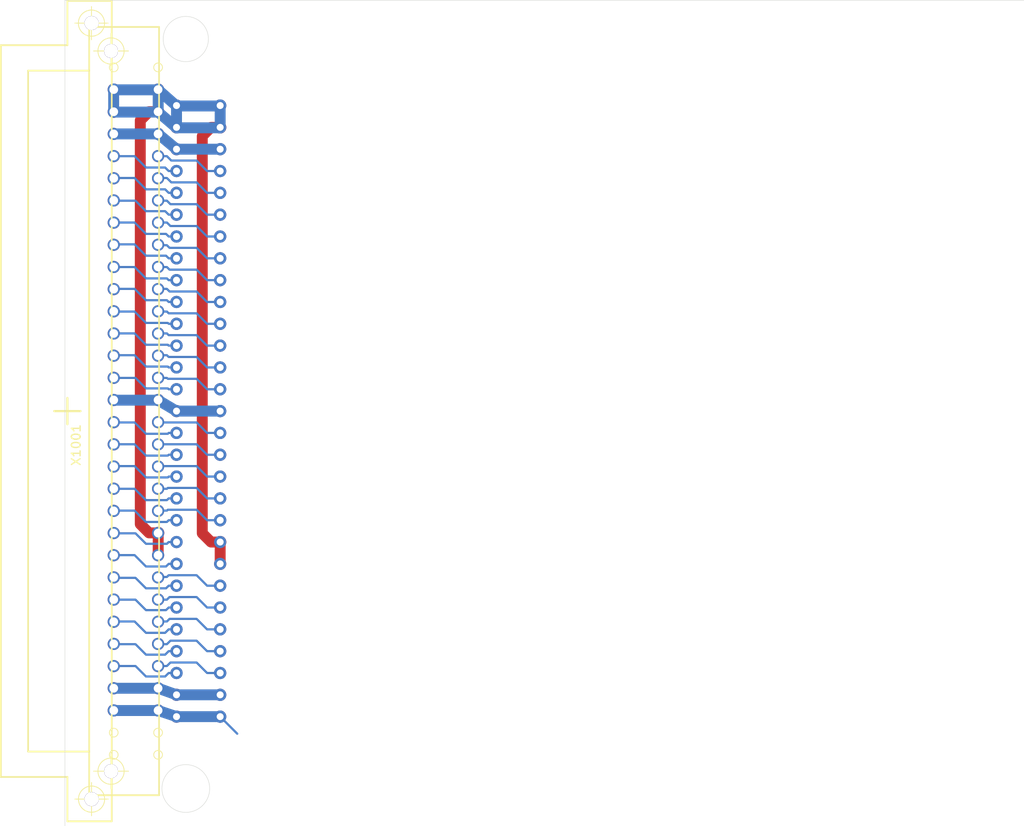
<source format=kicad_pcb>
(kicad_pcb (version 20171130) (host pcbnew "(5.1.10)-1")

  (general
    (thickness 1.6)
    (drawings 424)
    (tracks 1)
    (zones 0)
    (modules 1)
    (nets 48)
  )

  (page A4)
  (layers
    (0 F.Cu signal)
    (31 B.Cu signal)
    (32 B.Adhes user)
    (33 F.Adhes user)
    (34 B.Paste user)
    (35 F.Paste user)
    (36 B.SilkS user)
    (37 F.SilkS user)
    (38 B.Mask user)
    (39 F.Mask user)
    (40 Dwgs.User user)
    (41 Cmts.User user)
    (42 Eco1.User user)
    (43 Eco2.User user)
    (44 Edge.Cuts user)
    (45 Margin user)
    (46 B.CrtYd user)
    (47 F.CrtYd user)
    (48 B.Fab user)
    (49 F.Fab user)
  )

  (setup
    (last_trace_width 0.25)
    (trace_clearance 0.2)
    (zone_clearance 0.508)
    (zone_45_only no)
    (trace_min 0.2)
    (via_size 0.8)
    (via_drill 0.4)
    (via_min_size 0.4)
    (via_min_drill 0.3)
    (uvia_size 0.3)
    (uvia_drill 0.1)
    (uvias_allowed no)
    (uvia_min_size 0.2)
    (uvia_min_drill 0.1)
    (edge_width 0.05)
    (segment_width 0.2)
    (pcb_text_width 0.3)
    (pcb_text_size 1.5 1.5)
    (mod_edge_width 0.12)
    (mod_text_size 1 1)
    (mod_text_width 0.15)
    (pad_size 1.524 1.524)
    (pad_drill 0.762)
    (pad_to_mask_clearance 0)
    (aux_axis_origin 0 0)
    (visible_elements 7FFFFFFF)
    (pcbplotparams
      (layerselection 0x3ffff_ffffffff)
      (usegerberextensions false)
      (usegerberattributes true)
      (usegerberadvancedattributes true)
      (creategerberjobfile true)
      (excludeedgelayer true)
      (linewidth 0.100000)
      (plotframeref false)
      (viasonmask false)
      (mode 1)
      (useauxorigin false)
      (hpglpennumber 1)
      (hpglpenspeed 20)
      (hpglpendiameter 15.000000)
      (psnegative false)
      (psa4output false)
      (plotreference true)
      (plotvalue true)
      (plotinvisibletext false)
      (padsonsilk false)
      (subtractmaskfromsilk false)
      (outputformat 1)
      (mirror false)
      (drillshape 0)
      (scaleselection 1)
      (outputdirectory "CH376-RAM_Gerber/"))
  )

  (net 0 "")
  (net 1 GND)
  (net 2 +12P)
  (net 3 +5P)
  (net 4 /A2)
  (net 5 /A3)
  (net 6 /A4)
  (net 7 /A5)
  (net 8 /A6)
  (net 9 /A7)
  (net 10 /~IORQ)
  (net 11 /~RESET)
  (net 12 /~M1)
  (net 13 /D3)
  (net 14 /D1)
  (net 15 /D4)
  (net 16 /D0)
  (net 17 /D5)
  (net 18 /~RD)
  (net 19 /A0)
  (net 20 /CLK)
  (net 21 /A1)
  (net 22 /D6)
  (net 23 /D7)
  (net 24 /D2)
  (net 25 "Net-(X1001-PadA10)")
  (net 26 "Net-(X1001-PadA22)")
  (net 27 "Net-(X1001-PadA23)")
  (net 28 "Net-(X1001-PadA24)")
  (net 29 "Net-(X1001-PadA25)")
  (net 30 "Net-(X1001-PadA27)")
  (net 31 "Net-(X1001-PadC20)")
  (net 32 "Net-(X1001-PadC25)")
  (net 33 "Net-(X1001-PadC26)")
  (net 34 /~WR)
  (net 35 /A13)
  (net 36 /A12)
  (net 37 /A15)
  (net 38 /A11)
  (net 39 /A14)
  (net 40 /~MREQ)
  (net 41 /A10)
  (net 42 /A9)
  (net 43 /A8)
  (net 44 /~MEMDI)
  (net 45 "Net-(X1001-PadC23)")
  (net 46 -5V)
  (net 47 -12V)

  (net_class Default "This is the default net class."
    (clearance 0.2)
    (trace_width 0.25)
    (via_dia 0.8)
    (via_drill 0.4)
    (uvia_dia 0.3)
    (uvia_drill 0.1)
    (add_net +12P)
    (add_net +5P)
    (add_net -12V)
    (add_net -5V)
    (add_net /A0)
    (add_net /A1)
    (add_net /A10)
    (add_net /A11)
    (add_net /A12)
    (add_net /A13)
    (add_net /A14)
    (add_net /A15)
    (add_net /A2)
    (add_net /A3)
    (add_net /A4)
    (add_net /A5)
    (add_net /A6)
    (add_net /A7)
    (add_net /A8)
    (add_net /A9)
    (add_net /CLK)
    (add_net /D0)
    (add_net /D1)
    (add_net /D2)
    (add_net /D3)
    (add_net /D4)
    (add_net /D5)
    (add_net /D6)
    (add_net /D7)
    (add_net /~IORQ)
    (add_net /~M1)
    (add_net /~MEMDI)
    (add_net /~MREQ)
    (add_net /~RD)
    (add_net /~RESET)
    (add_net /~WR)
    (add_net GND)
    (add_net "Net-(X1001-PadA10)")
    (add_net "Net-(X1001-PadA22)")
    (add_net "Net-(X1001-PadA23)")
    (add_net "Net-(X1001-PadA24)")
    (add_net "Net-(X1001-PadA25)")
    (add_net "Net-(X1001-PadA27)")
    (add_net "Net-(X1001-PadC20)")
    (add_net "Net-(X1001-PadC23)")
    (add_net "Net-(X1001-PadC25)")
    (add_net "Net-(X1001-PadC26)")
  )

  (module K1520:K1520_EFS2x29_DIN_male (layer F.Cu) (tedit 5D68D8DF) (tstamp 6237CD24)
    (at 55.525 93.42 270)
    (tags "K1520 Z80")
    (path /6224A042)
    (fp_text reference X1001 (at 1.4 -1 90) (layer F.SilkS)
      (effects (font (size 1 1) (thickness 0.15)) (justify right))
    )
    (fp_text value K1520_2x29-AC (at -1.4 -1 90) (layer F.Fab)
      (effects (font (size 1 1) (thickness 0.15)) (justify left))
    )
    (fp_line (start 46.99 -5.08) (end -46.99 -5.08) (layer F.SilkS) (width 0.2))
    (fp_line (start -41.91 7.62) (end 41.91 7.62) (layer F.SilkS) (width 0.2))
    (fp_line (start 41.91 7.62) (end 41.91 0) (layer F.SilkS) (width 0.2))
    (fp_line (start 41.91 0) (end 46.99 0) (layer F.SilkS) (width 0.2))
    (fp_line (start 46.99 0) (end 46.99 -5.08) (layer F.SilkS) (width 0.2))
    (fp_line (start -46.99 0) (end -41.91 0) (layer F.SilkS) (width 0.2))
    (fp_line (start -41.91 0) (end -41.91 7.62) (layer F.SilkS) (width 0.2))
    (fp_line (start -46.99 -5.08) (end -46.99 0) (layer F.SilkS) (width 0.2))
    (fp_circle (center -44.4373 -2.7559) (end -42.9373 -2.7559) (layer F.SilkS) (width 0.1))
    (fp_line (start -46.3423 -2.7559) (end -42.5323 -2.7559) (layer F.SilkS) (width 0.1))
    (fp_line (start -44.4373 -4.6609) (end -44.4373 -0.8509) (layer F.SilkS) (width 0.1))
    (fp_line (start 42.545 -2.7686) (end 46.355 -2.7686) (layer F.SilkS) (width 0.1))
    (fp_line (start 44.45 -4.6736) (end 44.45 -0.8636) (layer F.SilkS) (width 0.1))
    (fp_circle (center 44.45 -2.7686) (end 45.95 -2.7686) (layer F.SilkS) (width 0.1))
    (fp_circle (center -39.37 -5.3086) (end -39.87 -5.3086) (layer F.SilkS) (width 0.1))
    (fp_circle (center 36.83 -5.3086) (end 37.33 -5.3086) (layer F.SilkS) (width 0.1))
    (fp_circle (center 39.37 -5.3086) (end 39.87 -5.3086) (layer F.SilkS) (width 0.1))
    (fp_circle (center -39.37 -10.3886) (end -39.87 -10.3886) (layer F.SilkS) (width 0.1))
    (fp_circle (center 36.83 -10.3886) (end 37.33 -10.3886) (layer F.SilkS) (width 0.1))
    (fp_circle (center 39.37 -10.3886) (end 39.87 -10.3886) (layer F.SilkS) (width 0.1))
    (fp_line (start -44 -2.5) (end 44 -2.5) (layer F.SilkS) (width 0.2))
    (fp_line (start -44 -2.5) (end -44 -10.5) (layer F.SilkS) (width 0.2))
    (fp_line (start -44 -10.5) (end 44 -10.5) (layer F.SilkS) (width 0.2))
    (fp_line (start 44 -10.5) (end 44 -2.5) (layer F.SilkS) (width 0.2))
    (fp_line (start 39 -2.5) (end 39 4.5) (layer F.SilkS) (width 0.2))
    (fp_line (start 39 4.5) (end -39 4.5) (layer F.SilkS) (width 0.2))
    (fp_line (start -39 4.5) (end -39 -2.5) (layer F.SilkS) (width 0.2))
    (fp_circle (center -41.25 -5) (end -42.75 -5) (layer F.SilkS) (width 0.1))
    (fp_line (start -41.25 -7) (end -41.25 -3) (layer F.SilkS) (width 0.1))
    (fp_line (start -43.25 -5) (end -39.25 -5) (layer F.SilkS) (width 0.1))
    (fp_circle (center 41.25 -5) (end 39.75 -5) (layer F.SilkS) (width 0.1))
    (fp_line (start 41.25 -7) (end 41.25 -3) (layer F.SilkS) (width 0.1))
    (fp_line (start 39.25 -5) (end 43.25 -5) (layer F.SilkS) (width 0.1))
    (fp_line (start 0 -1.5) (end 0 1.5) (layer F.SilkS) (width 0.25))
    (fp_line (start -1.5 0) (end 1.5 0) (layer F.SilkS) (width 0.25))
    (fp_text user "" (at -37.5 1.5 90) (layer Dwgs.User)
      (effects (font (size 1.1 1.1) (thickness 0.15)) (justify right))
    )
    (fp_text user "Bohrungen nach Bedarf erweitern: M2, 2.5mm, M3, 3mm" (at -37.5 3 90) (layer Dwgs.User)
      (effects (font (size 1.1 1.1) (thickness 0.15)) (justify right))
    )
    (pad "" thru_hole circle (at -44.45 -2.7686 270) (size 1.61 1.61) (drill 1.6) (layers *.Cu *.Mask))
    (pad "" thru_hole circle (at 44.45 -2.7686 270) (size 1.61 1.61) (drill 1.6) (layers *.Cu *.Mask))
    (pad A01 thru_hole circle (at -36.83 -5.3086 270) (size 1.4 1.4) (drill 1) (layers *.Cu *.Mask)
      (net 1 GND))
    (pad A02 thru_hole circle (at -34.29 -5.3086 270) (size 1.4 1.4) (drill 1) (layers *.Cu *.Mask)
      (net 1 GND))
    (pad A04 thru_hole circle (at -29.21 -5.3086 270) (size 1.4 1.4) (drill 1) (layers *.Cu *.Mask)
      (net 23 /D7))
    (pad A05 thru_hole circle (at -26.67 -5.3086 270) (size 1.4 1.4) (drill 1) (layers *.Cu *.Mask)
      (net 17 /D5))
    (pad A06 thru_hole circle (at -24.13 -5.3086 270) (size 1.4 1.4) (drill 1) (layers *.Cu *.Mask)
      (net 13 /D3))
    (pad A07 thru_hole circle (at -21.59 -5.3086 270) (size 1.4 1.4) (drill 1) (layers *.Cu *.Mask)
      (net 14 /D1))
    (pad A08 thru_hole circle (at -19.05 -5.3086 270) (size 1.4 1.4) (drill 1) (layers *.Cu *.Mask)
      (net 34 /~WR))
    (pad A09 thru_hole circle (at -16.51 -5.3086 270) (size 1.4 1.4) (drill 1) (layers *.Cu *.Mask)
      (net 40 /~MREQ))
    (pad A10 thru_hole circle (at -13.97 -5.3086 270) (size 1.4 1.4) (drill 1) (layers *.Cu *.Mask)
      (net 25 "Net-(X1001-PadA10)"))
    (pad A11 thru_hole circle (at -11.43 -5.3086 270) (size 1.4 1.4) (drill 1) (layers *.Cu *.Mask)
      (net 39 /A14))
    (pad A12 thru_hole circle (at -8.89 -5.3086 270) (size 1.4 1.4) (drill 1) (layers *.Cu *.Mask)
      (net 36 /A12))
    (pad A13 thru_hole circle (at -6.35 -5.3086 270) (size 1.4 1.4) (drill 1) (layers *.Cu *.Mask)
      (net 41 /A10))
    (pad A14 thru_hole circle (at -3.81 -5.3086 270) (size 1.4 1.4) (drill 1) (layers *.Cu *.Mask)
      (net 43 /A8))
    (pad A15 thru_hole circle (at -1.27 -5.3086 270) (size 1.4 1.4) (drill 1) (layers *.Cu *.Mask)
      (net 46 -5V))
    (pad A16 thru_hole circle (at 1.27 -5.3086 270) (size 1.4 1.4) (drill 1) (layers *.Cu *.Mask)
      (net 8 /A6))
    (pad A17 thru_hole circle (at 3.81 -5.3086 270) (size 1.4 1.4) (drill 1) (layers *.Cu *.Mask)
      (net 6 /A4))
    (pad A18 thru_hole circle (at 6.35 -5.3086 270) (size 1.4 1.4) (drill 1) (layers *.Cu *.Mask)
      (net 4 /A2))
    (pad A19 thru_hole circle (at 8.89 -5.3086 270) (size 1.4 1.4) (drill 1) (layers *.Cu *.Mask)
      (net 19 /A0))
    (pad A20 thru_hole circle (at 11.43 -5.3086 270) (size 1.4 1.4) (drill 1) (layers *.Cu *.Mask)
      (net 11 /~RESET))
    (pad A21 thru_hole circle (at 13.97 -5.3086 270) (size 1.4 1.4) (drill 1) (layers *.Cu *.Mask)
      (net 20 /CLK))
    (pad A22 thru_hole circle (at 16.51 -5.3086 270) (size 1.4 1.4) (drill 1) (layers *.Cu *.Mask)
      (net 26 "Net-(X1001-PadA22)"))
    (pad A23 thru_hole circle (at 19.05 -5.3086 270) (size 1.4 1.4) (drill 1) (layers *.Cu *.Mask)
      (net 27 "Net-(X1001-PadA23)"))
    (pad A24 thru_hole circle (at 21.59 -5.3086 270) (size 1.4 1.4) (drill 1) (layers *.Cu *.Mask)
      (net 28 "Net-(X1001-PadA24)"))
    (pad A25 thru_hole circle (at 24.13 -5.3086 270) (size 1.4 1.4) (drill 1) (layers *.Cu *.Mask)
      (net 29 "Net-(X1001-PadA25)"))
    (pad A26 thru_hole circle (at 26.67 -5.3086 270) (size 1.4 1.4) (drill 1) (layers *.Cu *.Mask)
      (net 12 /~M1))
    (pad A27 thru_hole circle (at 29.21 -5.3086 270) (size 1.4 1.4) (drill 1) (layers *.Cu *.Mask)
      (net 30 "Net-(X1001-PadA27)"))
    (pad A28 thru_hole circle (at 31.75 -5.3086 270) (size 1.4 1.4) (drill 1) (layers *.Cu *.Mask)
      (net 2 +12P))
    (pad A29 thru_hole circle (at 34.29 -5.3086 270) (size 1.4 1.4) (drill 1) (layers *.Cu *.Mask)
      (net 3 +5P))
    (pad C01 thru_hole circle (at -36.83 -10.3886 270) (size 1.4 1.4) (drill 1) (layers *.Cu *.Mask)
      (net 1 GND))
    (pad C02 thru_hole circle (at -34.29 -10.3886 270) (size 1.4 1.4) (drill 1) (layers *.Cu *.Mask)
      (net 1 GND))
    (pad C03 thru_hole circle (at -31.75 -10.3886 270) (size 1.4 1.4) (drill 1) (layers *.Cu *.Mask)
      (net 47 -12V))
    (pad C04 thru_hole circle (at -29.21 -10.3886 270) (size 1.4 1.4) (drill 1) (layers *.Cu *.Mask)
      (net 22 /D6))
    (pad C05 thru_hole circle (at -26.67 -10.3886 270) (size 1.4 1.4) (drill 1) (layers *.Cu *.Mask)
      (net 15 /D4))
    (pad C06 thru_hole circle (at -24.13 -10.3886 270) (size 1.4 1.4) (drill 1) (layers *.Cu *.Mask)
      (net 24 /D2))
    (pad C07 thru_hole circle (at -21.59 -10.3886 270) (size 1.4 1.4) (drill 1) (layers *.Cu *.Mask)
      (net 16 /D0))
    (pad C08 thru_hole circle (at -19.05 -10.3886 270) (size 1.4 1.4) (drill 1) (layers *.Cu *.Mask)
      (net 18 /~RD))
    (pad C09 thru_hole circle (at -16.51 -10.3886 270) (size 1.4 1.4) (drill 1) (layers *.Cu *.Mask)
      (net 44 /~MEMDI))
    (pad C10 thru_hole circle (at -13.97 -10.3886 270) (size 1.4 1.4) (drill 1) (layers *.Cu *.Mask)
      (net 25 "Net-(X1001-PadA10)"))
    (pad C11 thru_hole circle (at -11.43 -10.3886 270) (size 1.4 1.4) (drill 1) (layers *.Cu *.Mask)
      (net 37 /A15))
    (pad C12 thru_hole circle (at -8.89 -10.3886 270) (size 1.4 1.4) (drill 1) (layers *.Cu *.Mask)
      (net 35 /A13))
    (pad C13 thru_hole circle (at -6.35 -10.3886 270) (size 1.4 1.4) (drill 1) (layers *.Cu *.Mask)
      (net 38 /A11))
    (pad C14 thru_hole circle (at -3.81 -10.3886 270) (size 1.4 1.4) (drill 1) (layers *.Cu *.Mask)
      (net 42 /A9))
    (pad C15 thru_hole circle (at -1.27 -10.3886 270) (size 1.4 1.4) (drill 1) (layers *.Cu *.Mask)
      (net 46 -5V))
    (pad C16 thru_hole circle (at 1.27 -10.3886 270) (size 1.4 1.4) (drill 1) (layers *.Cu *.Mask)
      (net 9 /A7))
    (pad C17 thru_hole circle (at 3.81 -10.3886 270) (size 1.4 1.4) (drill 1) (layers *.Cu *.Mask)
      (net 7 /A5))
    (pad C18 thru_hole circle (at 6.35 -10.3886 270) (size 1.4 1.4) (drill 1) (layers *.Cu *.Mask)
      (net 5 /A3))
    (pad C19 thru_hole circle (at 8.89 -10.3886 270) (size 1.4 1.4) (drill 1) (layers *.Cu *.Mask)
      (net 21 /A1))
    (pad C20 thru_hole circle (at 11.43 -10.3886 270) (size 1.4 1.4) (drill 1) (layers *.Cu *.Mask)
      (net 31 "Net-(X1001-PadC20)"))
    (pad C21 thru_hole circle (at 13.97 -10.3886 270) (size 1.4 1.4) (drill 1) (layers *.Cu *.Mask)
      (net 1 GND))
    (pad C22 thru_hole circle (at 16.51 -10.3886 270) (size 1.4 1.4) (drill 1) (layers *.Cu *.Mask)
      (net 1 GND))
    (pad C23 thru_hole circle (at 19.05 -10.3886 270) (size 1.4 1.4) (drill 1) (layers *.Cu *.Mask)
      (net 45 "Net-(X1001-PadC23)"))
    (pad C24 thru_hole circle (at 21.59 -10.3886 270) (size 1.4 1.4) (drill 1) (layers *.Cu *.Mask)
      (net 10 /~IORQ))
    (pad C25 thru_hole circle (at 24.13 -10.3886 270) (size 1.4 1.4) (drill 1) (layers *.Cu *.Mask)
      (net 32 "Net-(X1001-PadC25)"))
    (pad C26 thru_hole circle (at 26.67 -10.3886 270) (size 1.4 1.4) (drill 1) (layers *.Cu *.Mask)
      (net 33 "Net-(X1001-PadC26)"))
    (pad C27 thru_hole circle (at 29.21 -10.3886 270) (size 1.4 1.4) (drill 1) (layers *.Cu *.Mask)
      (net 30 "Net-(X1001-PadA27)"))
    (pad C28 thru_hole circle (at 31.75 -10.3886 270) (size 1.4 1.4) (drill 1) (layers *.Cu *.Mask)
      (net 2 +12P))
    (pad C29 thru_hole circle (at 34.29 -10.3886 270) (size 1.4 1.4) (drill 1) (layers *.Cu *.Mask)
      (net 3 +5P))
    (pad "" thru_hole circle (at -41.25 -5 270) (size 1.61 1.61) (drill 1.6) (layers *.Cu *.Mask))
    (pad "" thru_hole circle (at 41.25 -5 270) (size 1.61 1.61) (drill 1.6) (layers *.Cu))
    (pad C01 thru_hole circle (at -35 -17.5 270) (size 1.4 1.4) (drill 0.8) (layers *.Cu *.Mask)
      (net 1 GND))
    (pad C02 thru_hole circle (at -32.5 -17.5 270) (size 1.4 1.4) (drill 0.8) (layers *.Cu *.Mask)
      (net 1 GND))
    (pad C03 thru_hole circle (at -30 -17.5 270) (size 1.4 1.4) (drill 0.8) (layers *.Cu *.Mask)
      (net 47 -12V))
    (pad C04 thru_hole circle (at -27.5 -17.5 270) (size 1.4 1.4) (drill 0.8) (layers *.Cu *.Mask)
      (net 22 /D6))
    (pad C05 thru_hole circle (at -25 -17.5 270) (size 1.4 1.4) (drill 0.8) (layers *.Cu *.Mask)
      (net 15 /D4))
    (pad C06 thru_hole circle (at -22.5 -17.5 270) (size 1.4 1.4) (drill 0.8) (layers *.Cu *.Mask)
      (net 24 /D2))
    (pad C07 thru_hole circle (at -20 -17.5 270) (size 1.4 1.4) (drill 0.8) (layers *.Cu *.Mask)
      (net 16 /D0))
    (pad C08 thru_hole circle (at -17.5 -17.5 270) (size 1.4 1.4) (drill 0.8) (layers *.Cu *.Mask)
      (net 18 /~RD))
    (pad C09 thru_hole circle (at -15 -17.5 270) (size 1.4 1.4) (drill 0.8) (layers *.Cu *.Mask)
      (net 44 /~MEMDI))
    (pad C10 thru_hole circle (at -12.5 -17.5 270) (size 1.4 1.4) (drill 0.8) (layers *.Cu *.Mask)
      (net 25 "Net-(X1001-PadA10)"))
    (pad C11 thru_hole circle (at -10 -17.5 270) (size 1.4 1.4) (drill 0.8) (layers *.Cu *.Mask)
      (net 37 /A15))
    (pad C12 thru_hole circle (at -7.5 -17.5 270) (size 1.4 1.4) (drill 0.8) (layers *.Cu *.Mask)
      (net 35 /A13))
    (pad C13 thru_hole circle (at -5 -17.5 270) (size 1.4 1.4) (drill 0.8) (layers *.Cu *.Mask)
      (net 38 /A11))
    (pad C14 thru_hole circle (at -2.5 -17.5 270) (size 1.4 1.4) (drill 0.8) (layers *.Cu *.Mask)
      (net 42 /A9))
    (pad C15 thru_hole circle (at 0 -17.5 270) (size 1.4 1.4) (drill 0.8) (layers *.Cu *.Mask)
      (net 46 -5V))
    (pad C16 thru_hole circle (at 2.5 -17.5 270) (size 1.4 1.4) (drill 0.8) (layers *.Cu *.Mask)
      (net 9 /A7))
    (pad C17 thru_hole circle (at 5 -17.5 270) (size 1.4 1.4) (drill 0.8) (layers *.Cu *.Mask)
      (net 7 /A5))
    (pad C18 thru_hole circle (at 7.5 -17.5 270) (size 1.4 1.4) (drill 0.8) (layers *.Cu *.Mask)
      (net 5 /A3))
    (pad C19 thru_hole circle (at 10 -17.5 270) (size 1.4 1.4) (drill 0.8) (layers *.Cu *.Mask)
      (net 21 /A1))
    (pad C20 thru_hole circle (at 12.5 -17.5 270) (size 1.4 1.4) (drill 0.8) (layers *.Cu *.Mask)
      (net 31 "Net-(X1001-PadC20)"))
    (pad C21 thru_hole circle (at 15 -17.5 270) (size 1.4 1.4) (drill 0.8) (layers *.Cu *.Mask)
      (net 1 GND))
    (pad C22 thru_hole circle (at 17.5 -17.5 270) (size 1.4 1.4) (drill 0.8) (layers *.Cu *.Mask)
      (net 1 GND))
    (pad C23 thru_hole circle (at 20 -17.5 270) (size 1.4 1.4) (drill 0.8) (layers *.Cu *.Mask)
      (net 45 "Net-(X1001-PadC23)"))
    (pad C24 thru_hole circle (at 22.5 -17.5 270) (size 1.4 1.4) (drill 0.8) (layers *.Cu *.Mask)
      (net 10 /~IORQ))
    (pad C25 thru_hole circle (at 25 -17.5 270) (size 1.4 1.4) (drill 0.8) (layers *.Cu *.Mask)
      (net 32 "Net-(X1001-PadC25)"))
    (pad C26 thru_hole circle (at 27.5 -17.5 270) (size 1.4 1.4) (drill 0.8) (layers *.Cu *.Mask)
      (net 33 "Net-(X1001-PadC26)"))
    (pad C27 thru_hole circle (at 30 -17.5 270) (size 1.4 1.4) (drill 0.8) (layers *.Cu *.Mask)
      (net 30 "Net-(X1001-PadA27)"))
    (pad C28 thru_hole circle (at 32.5 -17.5 270) (size 1.4 1.4) (drill 0.8) (layers *.Cu *.Mask)
      (net 2 +12P))
    (pad C29 thru_hole circle (at 35 -17.5 270) (size 1.4 1.4) (drill 0.8) (layers *.Cu *.Mask)
      (net 3 +5P))
    (pad A01 thru_hole circle (at -35 -12.5 270) (size 1.4 1.4) (drill 0.8) (layers *.Cu *.Mask)
      (net 1 GND))
    (pad A02 thru_hole circle (at -32.5 -12.5 270) (size 1.4 1.4) (drill 0.8) (layers *.Cu *.Mask)
      (net 1 GND))
    (pad A03 thru_hole circle (at -30 -12.5 270) (size 1.4 1.4) (drill 0.8) (layers *.Cu *.Mask)
      (net 47 -12V))
    (pad A04 thru_hole circle (at -27.5 -12.5 270) (size 1.4 1.4) (drill 0.8) (layers *.Cu *.Mask)
      (net 23 /D7))
    (pad A05 thru_hole circle (at -25 -12.5 270) (size 1.4 1.4) (drill 0.8) (layers *.Cu *.Mask)
      (net 17 /D5))
    (pad A06 thru_hole circle (at -22.5 -12.5 270) (size 1.4 1.4) (drill 0.8) (layers *.Cu *.Mask)
      (net 13 /D3))
    (pad A07 thru_hole circle (at -20 -12.5 270) (size 1.4 1.4) (drill 0.8) (layers *.Cu *.Mask)
      (net 14 /D1))
    (pad A08 thru_hole circle (at -17.5 -12.5 270) (size 1.4 1.4) (drill 0.8) (layers *.Cu *.Mask)
      (net 34 /~WR))
    (pad A09 thru_hole circle (at -15 -12.5 270) (size 1.4 1.4) (drill 0.8) (layers *.Cu *.Mask)
      (net 40 /~MREQ))
    (pad A10 thru_hole circle (at -12.5 -12.5 270) (size 1.4 1.4) (drill 0.8) (layers *.Cu *.Mask)
      (net 25 "Net-(X1001-PadA10)"))
    (pad A11 thru_hole circle (at -10 -12.5 270) (size 1.4 1.4) (drill 0.8) (layers *.Cu *.Mask)
      (net 39 /A14))
    (pad A12 thru_hole circle (at -7.5 -12.5 270) (size 1.4 1.4) (drill 0.8) (layers *.Cu *.Mask)
      (net 36 /A12))
    (pad A13 thru_hole circle (at -5 -12.5 270) (size 1.4 1.4) (drill 0.8) (layers *.Cu *.Mask)
      (net 41 /A10))
    (pad A14 thru_hole circle (at -2.5 -12.5 270) (size 1.4 1.4) (drill 0.8) (layers *.Cu *.Mask)
      (net 43 /A8))
    (pad A15 thru_hole circle (at 0 -12.5 270) (size 1.4 1.4) (drill 0.8) (layers *.Cu *.Mask)
      (net 46 -5V))
    (pad A16 thru_hole circle (at 2.5 -12.5 270) (size 1.4 1.4) (drill 0.8) (layers *.Cu *.Mask)
      (net 8 /A6))
    (pad A17 thru_hole circle (at 5 -12.5 270) (size 1.4 1.4) (drill 0.8) (layers *.Cu *.Mask)
      (net 6 /A4))
    (pad A18 thru_hole circle (at 7.5 -12.5 270) (size 1.4 1.4) (drill 0.8) (layers *.Cu *.Mask)
      (net 4 /A2))
    (pad A19 thru_hole circle (at 10 -12.5 270) (size 1.4 1.4) (drill 0.8) (layers *.Cu *.Mask)
      (net 19 /A0))
    (pad A20 thru_hole circle (at 12.5 -12.5 270) (size 1.4 1.4) (drill 0.8) (layers *.Cu *.Mask)
      (net 11 /~RESET))
    (pad A21 thru_hole circle (at 15 -12.5 270) (size 1.4 1.4) (drill 0.8) (layers *.Cu *.Mask)
      (net 20 /CLK))
    (pad A22 thru_hole circle (at 17.5 -12.5 270) (size 1.4 1.4) (drill 0.8) (layers *.Cu *.Mask)
      (net 26 "Net-(X1001-PadA22)"))
    (pad A23 thru_hole circle (at 20 -12.5 270) (size 1.4 1.4) (drill 0.8) (layers *.Cu *.Mask)
      (net 27 "Net-(X1001-PadA23)"))
    (pad A24 thru_hole circle (at 22.5 -12.5 270) (size 1.4 1.4) (drill 0.8) (layers *.Cu *.Mask)
      (net 28 "Net-(X1001-PadA24)"))
    (pad A25 thru_hole circle (at 25 -12.5 270) (size 1.4 1.4) (drill 0.8) (layers *.Cu *.Mask)
      (net 29 "Net-(X1001-PadA25)"))
    (pad A26 thru_hole circle (at 27.5 -12.5 270) (size 1.4 1.4) (drill 0.8) (layers *.Cu *.Mask)
      (net 12 /~M1))
    (pad A27 thru_hole circle (at 30 -12.5 270) (size 1.4 1.4) (drill 0.8) (layers *.Cu *.Mask)
      (net 30 "Net-(X1001-PadA27)"))
    (pad A28 thru_hole circle (at 32.5 -12.5 270) (size 1.4 1.4) (drill 0.8) (layers *.Cu *.Mask)
      (net 2 +12P))
    (pad A29 thru_hole circle (at 35 -12.5 270) (size 1.4 1.4) (drill 0.8) (layers *.Cu *.Mask)
      (net 3 +5P))
    (pad A03 thru_hole circle (at -31.75 -5.3086 270) (size 1.4 1.4) (drill 1) (layers *.Cu *.Mask)
      (net 47 -12V))
    (pad C01 smd custom (at -35 -17.5 270) (size 1.4 1.4) (layers B.Cu)
      (net 1 GND) (zone_connect 0)
      (options (clearance outline) (anchor circle))
      (primitives
        (gr_line (start 0.75 12.2) (end 0.75 7.1) (width 1.25))
        (gr_line (start 0.75 7.1) (end 2.55 5) (width 1.25))
        (gr_line (start -1.8 12.2) (end -1.8 7.05) (width 1.25))
        (gr_line (start 2.55 5) (end 2.55 0) (width 1.25))
        (gr_line (start 2.55 0) (end 0.05 0) (width 1.25))
        (gr_line (start 0.05 0) (end 0.05 5) (width 1.25))
        (gr_line (start 0.05 5) (end -1.8 7.1) (width 1.25))
        (gr_line (start -1.8 7.1) (end 0.7 7.1) (width 1.25))
        (gr_line (start 2.55 5) (end 0.1 5) (width 1.25))
        (gr_line (start 0.75 12.2) (end -1.8 12.2) (width 1.25))
      ))
    (pad C02 smd custom (at -34.3 -10.4 270) (size 1.4 1.4) (layers F.Cu)
      (net 1 GND) (zone_connect 0)
      (options (clearance outline) (anchor circle))
      (primitives
        (gr_line (start 1 2.05) (end 0 1.05) (width 1.25))
        (gr_line (start 0 0) (end 0 1.05) (width 1.25))
        (gr_line (start 48.25 1.05) (end 47.25 2.05) (width 1.25))
        (gr_line (start 48.25 1.05) (end 48.25 0) (width 1.25))
        (gr_line (start 47.25 2.05) (end 1 2.05) (width 1.25))
      ))
    (pad C02 smd custom (at -32.5 -17.5 270) (size 1.4 1.4) (layers F.Cu)
      (net 1 GND)
      (options (clearance outline) (anchor circle))
      (primitives
        (gr_line (start 47.5 1.05) (end 46.5 2.05) (width 1.25))
        (gr_line (start 47.5 1.05) (end 47.5 0) (width 1.25))
        (gr_line (start 1 2.05) (end 46.5 2.05) (width 1.25))
        (gr_line (start 1 2.05) (end 0 1.05) (width 1.25))
        (gr_line (start 0 0) (end 0 1.05) (width 1.25))
      ))
    (pad C21 smd custom (at 13.95 -10.4 270) (size 1.4 1.4) (layers F.Cu)
      (net 1 GND) (zone_connect 0)
      (options (clearance outline) (anchor circle))
      (primitives
        (gr_line (start 0 0) (end 2.55 0) (width 1.25))
      ))
    (pad C21 smd custom (at 15 -17.5 270) (size 1.4 1.4) (layers F.Cu)
      (net 1 GND) (zone_connect 0)
      (options (clearance outline) (anchor circle))
      (primitives
        (gr_line (start 0 0) (end 2.5 0) (width 1.25))
      ))
    (pad C03 smd custom (at -30 -17.5 270) (size 1.4 1.4) (layers B.Cu)
      (net 47 -12V) (zone_connect 0)
      (options (clearance outline) (anchor circle))
      (primitives
        (gr_line (start -1.75 12.2) (end -1.75 7.1) (width 1.25))
        (gr_line (start -1.75 7.1) (end 0 5) (width 1.25))
        (gr_line (start 0 5) (end 0 0) (width 1.25))
      ))
    (pad A04 smd custom (at -27.5 -12.5 270) (size 1.4 1.4) (layers B.Cu)
      (net 23 /D7) (zone_connect 0)
      (options (clearance outline) (anchor circle))
      (primitives
        (gr_line (start -0.4 3.5) (end -1.7 4.8) (width 0.25))
        (gr_line (start -1.7 4.8) (end -1.7 7.2) (width 0.25))
        (gr_line (start 0 0) (end 0 0.9) (width 0.25))
        (gr_line (start 0 0.9) (end -0.4 1.3) (width 0.25))
        (gr_line (start -0.4 1.3) (end -0.4 3.5) (width 0.25))
      ))
    (pad C04 smd custom (at -27.5 -17.5 270) (size 1.4 1.4) (layers B.Cu)
      (net 22 /D6) (zone_connect 0)
      (options (clearance outline) (anchor circle))
      (primitives
        (gr_line (start -1.7 6.1) (end -1.2 5.6) (width 0.25))
        (gr_line (start -1.2 5.6) (end -1.2 2.7) (width 0.25))
        (gr_line (start -1.7 7.1) (end -1.7 6.1) (width 0.25))
        (gr_line (start 0 1.5) (end 0 0) (width 0.25))
        (gr_line (start -1.2 2.7) (end 0 1.5) (width 0.25))
      ))
    (pad C05 smd custom (at -25 -17.5 270) (size 1.4 1.4) (layers B.Cu)
      (net 15 /D4) (zone_connect 0)
      (options (clearance outline) (anchor circle))
      (primitives
        (gr_line (start -1.2 5.6) (end -1.2 2.7) (width 0.25))
        (gr_line (start -1.2 2.7) (end 0 1.5) (width 0.25))
        (gr_line (start -1.7 7.1) (end -1.7 6.1) (width 0.25))
        (gr_line (start -1.7 6.1) (end -1.2 5.6) (width 0.25))
        (gr_line (start 0 1.5) (end 0 0) (width 0.25))
      ))
    (pad C06 smd custom (at -22.5 -17.5 270) (size 1.4 1.4) (layers B.Cu)
      (net 24 /D2) (zone_connect 0)
      (options (clearance outline) (anchor circle))
      (primitives
        (gr_line (start -1.2 5.7) (end -1.2 2.7) (width 0.25))
        (gr_line (start -1.6 7.1) (end -1.6 6.1) (width 0.25))
        (gr_line (start 0 1.5) (end 0 0) (width 0.25))
        (gr_line (start -1.2 2.7) (end 0 1.5) (width 0.25))
        (gr_line (start -1.6 6.1) (end -1.2 5.7) (width 0.25))
      ))
    (pad C07 smd custom (at -20 -17.5 270) (size 1.4 1.4) (layers B.Cu)
      (net 16 /D0) (zone_connect 0)
      (options (clearance outline) (anchor circle))
      (primitives
        (gr_line (start -1.6 6.1) (end -1.2 5.7) (width 0.25))
        (gr_line (start -1.6 7.1) (end -1.6 6.1) (width 0.25))
        (gr_line (start -1.2 2.7) (end 0 1.5) (width 0.25))
        (gr_line (start -1.2 5.7) (end -1.2 2.7) (width 0.25))
        (gr_line (start 0 1.5) (end 0 0) (width 0.25))
      ))
    (pad C08 smd custom (at -17.5 -17.5 270) (size 1.4 1.4) (layers B.Cu)
      (net 18 /~RD) (zone_connect 0)
      (options (clearance outline) (anchor circle))
      (primitives
        (gr_line (start -1.5 6.1) (end -1.2 5.8) (width 0.25))
        (gr_line (start 0 1.5) (end 0 0) (width 0.25))
        (gr_line (start -1.2 5.8) (end -1.2 2.7) (width 0.25))
        (gr_line (start -1.2 2.7) (end 0 1.5) (width 0.25))
        (gr_line (start -1.5 7.1) (end -1.5 6.1) (width 0.25))
      ))
    (pad C09 smd custom (at -15 -17.5 270) (size 1.4 1.4) (layers B.Cu)
      (net 44 /~MEMDI) (zone_connect 0)
      (options (clearance outline) (anchor circle))
      (primitives
        (gr_line (start -1.5 7.1) (end -1.5 6.1) (width 0.25))
        (gr_line (start 0 1.5) (end 0 0) (width 0.25))
        (gr_line (start -1.2 5.8) (end -1.2 2.7) (width 0.25))
        (gr_line (start -1.2 2.7) (end 0 1.5) (width 0.25))
        (gr_line (start -1.5 6.1) (end -1.2 5.8) (width 0.25))
      ))
    (pad C10 smd custom (at -12.5 -17.5 270) (size 1.4 1.4) (layers B.Cu)
      (net 25 "Net-(X1001-PadA10)") (zone_connect 0)
      (options (clearance outline) (anchor circle))
      (primitives
        (gr_line (start -1.2 2.7) (end 0 1.5) (width 0.25))
        (gr_line (start -1.2 5.8) (end -1.2 2.7) (width 0.25))
        (gr_line (start -1.5 6.1) (end -1.2 5.8) (width 0.25))
        (gr_line (start -1.5 7.1) (end -1.5 6.1) (width 0.25))
        (gr_line (start 0 1.5) (end 0 0) (width 0.25))
      ))
    (pad C11 smd custom (at -10 -17.5 270) (size 1.4 1.4) (layers B.Cu)
      (net 37 /A15) (zone_connect 0)
      (options (clearance outline) (anchor circle))
      (primitives
        (gr_line (start -1.2 2.7) (end 0 1.5) (width 0.25))
        (gr_line (start 0 1.5) (end 0 0) (width 0.25))
        (gr_line (start -1.4 6.1) (end -1.2 5.9) (width 0.25))
        (gr_line (start -1.2 5.9) (end -1.2 2.7) (width 0.25))
        (gr_line (start -1.4 7.1) (end -1.4 6.1) (width 0.25))
      ))
    (pad C12 smd custom (at -7.5 -17.5 270) (size 1.4 1.4) (layers B.Cu)
      (net 35 /A13)
      (options (clearance outline) (anchor circle))
      (primitives
        (gr_line (start -1.4 7.1) (end -1.4 6.1) (width 0.25))
        (gr_line (start -1.4 6.1) (end -1.2 5.9) (width 0.25))
        (gr_line (start -1.2 5.9) (end -1.2 2.7) (width 0.25))
        (gr_line (start -1.2 2.7) (end 0 1.5) (width 0.25))
        (gr_line (start 0 1.5) (end 0 0) (width 0.25))
      ))
    (pad C13 smd custom (at -5 -17.5 270) (size 1.4 1.4) (layers B.Cu)
      (net 38 /A11)
      (options (clearance outline) (anchor circle))
      (primitives
        (gr_line (start 0 1.5) (end 0 0) (width 0.25))
        (gr_line (start -1.4 6.1) (end -1.2 5.9) (width 0.25))
        (gr_line (start -1.2 5.9) (end -1.2 2.7) (width 0.25))
        (gr_line (start -1.2 2.7) (end 0 1.5) (width 0.25))
        (gr_line (start -1.4 7.1) (end -1.4 6.1) (width 0.25))
      ))
    (pad C14 smd custom (at -2.5 -17.5 270) (size 1.4 1.4) (layers B.Cu)
      (net 42 /A9)
      (options (clearance outline) (anchor circle))
      (primitives
        (gr_line (start -1.3 7.1) (end -1.3 6.1) (width 0.25))
        (gr_line (start -1.3 6.1) (end -1.2 6) (width 0.25))
        (gr_line (start -1.2 6) (end -1.2 2.7) (width 0.25))
        (gr_line (start -1.2 2.7) (end 0 1.5) (width 0.25))
        (gr_line (start 0 1.5) (end 0 0) (width 0.25))
      ))
    (pad C16 smd custom (at 2.5 -17.5 270) (size 1.4 1.4) (layers B.Cu)
      (net 9 /A7)
      (options (clearance outline) (anchor circle))
      (primitives
        (gr_line (start 0 1.5) (end 0 0) (width 0.25))
        (gr_line (start -1.2 7.1) (end -1.2 2.7) (width 0.25))
        (gr_line (start -1.2 2.7) (end 0 1.5) (width 0.25))
      ))
    (pad C17 smd custom (at 5 -17.5 270) (size 1.4 1.4) (layers B.Cu)
      (net 7 /A5)
      (options (clearance outline) (anchor circle))
      (primitives
        (gr_line (start -1.2 7.1) (end -1.2 2.7) (width 0.25))
        (gr_line (start -1.2 2.7) (end 0 1.5) (width 0.25))
        (gr_line (start 0 1.5) (end 0 0) (width 0.25))
      ))
    (pad C18 smd custom (at 7.5 -17.5 270) (size 1.4 1.4) (layers B.Cu)
      (net 5 /A3)
      (options (clearance outline) (anchor circle))
      (primitives
        (gr_line (start -1.2 7.2) (end -1.2 2.7) (width 0.25))
        (gr_line (start -1.2 2.7) (end 0 1.5) (width 0.25))
        (gr_line (start 0 1.5) (end 0 0) (width 0.25))
      ))
    (pad C19 smd custom (at 10 -17.5 270) (size 1.4 1.4) (layers B.Cu)
      (net 21 /A1)
      (options (clearance outline) (anchor circle))
      (primitives
        (gr_line (start -1.1 6.1) (end -1.2 6) (width 0.25))
        (gr_line (start -1.2 6) (end -1.2 2.7) (width 0.25))
        (gr_line (start -1.2 2.7) (end 0 1.5) (width 0.25))
        (gr_line (start 0 1.5) (end 0 0) (width 0.25))
        (gr_line (start -1.1 7.1) (end -1.1 6.1) (width 0.25))
      ))
    (pad C20 smd custom (at 12.5 -17.5 270) (size 1.4 1.4) (layers B.Cu)
      (net 31 "Net-(X1001-PadC20)")
      (options (clearance outline) (anchor circle))
      (primitives
        (gr_line (start -1.1 7.1) (end -1.1 6.1) (width 0.25))
        (gr_line (start -1.1 6.1) (end -1.2 6) (width 0.25))
        (gr_line (start -1.2 6) (end -1.2 2.7) (width 0.25))
        (gr_line (start -1.2 2.7) (end 0 1.5) (width 0.25))
        (gr_line (start 0 1.5) (end 0 0) (width 0.25))
      ))
    (pad C23 smd custom (at 20 -17.5 270) (size 1.4 1.4) (layers B.Cu)
      (net 45 "Net-(X1001-PadC23)")
      (options (clearance outline) (anchor circle))
      (primitives
        (gr_line (start -1.2 2.7) (end 0 1.5) (width 0.25))
        (gr_line (start 0 1.5) (end 0 0) (width 0.25))
        (gr_line (start -1 7.1) (end -1 6.1) (width 0.25))
        (gr_line (start -1 6.1) (end -1.2 5.9) (width 0.25))
        (gr_line (start -1.2 5.9) (end -1.2 2.7) (width 0.25))
      ))
    (pad C24 smd custom (at 22.5 -17.5 270) (size 1.4 1.4) (layers B.Cu)
      (net 10 /~IORQ)
      (options (clearance outline) (anchor circle))
      (primitives
        (gr_line (start -0.9 7.1) (end -0.9 6.1) (width 0.25))
        (gr_line (start -0.9 6.1) (end -1.2 5.8) (width 0.25))
        (gr_line (start -1.2 5.8) (end -1.2 2.7) (width 0.25))
        (gr_line (start -1.2 2.7) (end 0 1.5) (width 0.25))
        (gr_line (start 0 1.5) (end 0 0) (width 0.25))
      ))
    (pad C25 smd custom (at 25 -17.5 270) (size 1.4 1.4) (layers B.Cu)
      (net 32 "Net-(X1001-PadC25)") (zone_connect 0)
      (options (clearance outline) (anchor circle))
      (primitives
        (gr_line (start -0.9 7.1) (end -0.9 6.1) (width 0.25))
        (gr_line (start -0.9 6.1) (end -1.2 5.8) (width 0.25))
        (gr_line (start -1.2 5.8) (end -1.2 2.7) (width 0.25))
        (gr_line (start -1.2 2.7) (end 0 1.5) (width 0.25))
        (gr_line (start 0 1.5) (end 0 0) (width 0.25))
      ))
    (pad C26 smd custom (at 27.5 -17.5 270) (size 1.4 1.4) (layers B.Cu)
      (net 33 "Net-(X1001-PadC26)")
      (options (clearance outline) (anchor circle))
      (primitives
        (gr_line (start -0.8 7.1) (end -0.8 6.1) (width 0.25))
        (gr_line (start -1.2 2.7) (end 0 1.5) (width 0.25))
        (gr_line (start 0 1.5) (end 0 0) (width 0.25))
        (gr_line (start -1.2 2.7) (end -1.2 5.7) (width 0.25))
        (gr_line (start -1.2 5.7) (end -0.8 6.1) (width 0.25))
      ))
    (pad C27 smd custom (at 30 -17.5 270) (size 1.4 1.4) (layers B.Cu)
      (net 30 "Net-(X1001-PadA27)")
      (options (clearance outline) (anchor circle))
      (primitives
        (gr_line (start -0.8 7.1) (end -0.8 6.1) (width 0.25))
        (gr_line (start -0.8 6.1) (end -1.2 5.7) (width 0.25))
        (gr_line (start -1.2 5.7) (end -1.2 2.7) (width 0.25))
        (gr_line (start -1.2 2.7) (end 0 1.5) (width 0.25))
        (gr_line (start 0 1.5) (end 0 0) (width 0.25))
      ))
    (pad A05 smd custom (at -25 -12.5 270) (size 1.4 1.4) (layers B.Cu)
      (net 17 /D5) (zone_connect 0)
      (options (clearance outline) (anchor circle))
      (primitives
        (gr_line (start -0.4 1.3) (end -0.4 3.5) (width 0.25))
        (gr_line (start -0.4 3.5) (end -1.7 4.8) (width 0.25))
        (gr_line (start -1.7 4.8) (end -1.7 7.2) (width 0.25))
        (gr_line (start 0 0) (end 0 0.9) (width 0.25))
        (gr_line (start 0 0.9) (end -0.4 1.3) (width 0.25))
      ))
    (pad A06 smd custom (at -22.5 -12.5 270) (size 1.4 1.4) (layers B.Cu)
      (net 13 /D3) (zone_connect 0)
      (options (clearance outline) (anchor circle))
      (primitives
        (gr_line (start 0 0) (end 0 0.9) (width 0.25))
        (gr_line (start 0 0.9) (end -0.4 1.3) (width 0.25))
        (gr_line (start -0.4 1.3) (end -0.4 3.5) (width 0.25))
        (gr_line (start -0.4 3.5) (end -1.6 4.7) (width 0.25))
        (gr_line (start -1.6 4.7) (end -1.6 7.2) (width 0.25))
      ))
    (pad A07 smd custom (at -20 -12.5 270) (size 1.4 1.4) (layers B.Cu)
      (net 14 /D1) (zone_connect 0)
      (options (clearance outline) (anchor circle))
      (primitives
        (gr_line (start 0 0) (end 0 0.9) (width 0.25))
        (gr_line (start 0 0.9) (end -0.3 1.2) (width 0.25))
        (gr_line (start -0.3 1.2) (end -0.3 3.5) (width 0.25))
        (gr_line (start -0.3 3.5) (end -1.6 4.8) (width 0.25))
        (gr_line (start -1.6 4.8) (end -1.6 7.2) (width 0.25))
      ))
    (pad A08 smd custom (at -17.5 -12.5 270) (size 1.4 1.4) (layers B.Cu)
      (net 34 /~WR) (zone_connect 0)
      (options (clearance outline) (anchor circle))
      (primitives
        (gr_line (start -0.3 3.5) (end -1.6 4.8) (width 0.25))
        (gr_line (start -1.6 4.8) (end -1.6 7.2) (width 0.25))
        (gr_line (start 0 0) (end 0 0.9) (width 0.25))
        (gr_line (start 0 0.9) (end -0.3 1.2) (width 0.25))
        (gr_line (start -0.3 1.2) (end -0.3 3.5) (width 0.25))
      ))
    (pad A09 smd custom (at -15 -12.5 270) (size 1.4 1.4) (layers B.Cu)
      (net 40 /~MREQ) (zone_connect 0)
      (options (clearance outline) (anchor circle))
      (primitives
        (gr_line (start 0 0) (end 0 0.9) (width 0.25))
        (gr_line (start 0 0.9) (end -0.2 1.1) (width 0.25))
        (gr_line (start -0.2 1.1) (end -0.2 3.5) (width 0.25))
        (gr_line (start -0.2 3.5) (end -1.5 4.8) (width 0.25))
        (gr_line (start -1.5 4.8) (end -1.5 7.2) (width 0.25))
      ))
    (pad A10 smd custom (at -12.5 -12.5 270) (size 1.4 1.4) (layers B.Cu)
      (net 25 "Net-(X1001-PadA10)") (zone_connect 0)
      (options (clearance outline) (anchor circle))
      (primitives
        (gr_line (start 0 0.9) (end -0.2 1.1) (width 0.25))
        (gr_line (start -0.2 1.1) (end -0.2 3.5) (width 0.25))
        (gr_line (start -0.2 3.5) (end -1.5 4.8) (width 0.25))
        (gr_line (start -1.5 4.8) (end -1.5 7.2) (width 0.25))
        (gr_line (start 0 0) (end 0 0.9) (width 0.25))
      ))
    (pad A11 smd custom (at -10 -12.5 270) (size 1.4 1.4) (layers B.Cu)
      (net 39 /A14) (zone_connect 0)
      (options (clearance outline) (anchor circle))
      (primitives
        (gr_line (start 0 0) (end 0 0.9) (width 0.25))
        (gr_line (start 0 0.9) (end -0.1 1) (width 0.25))
        (gr_line (start -0.1 1) (end -0.1 3.5) (width 0.25))
        (gr_line (start -0.1 3.5) (end -1.4 4.8) (width 0.25))
        (gr_line (start -1.4 4.8) (end -1.4 7.2) (width 0.25))
      ))
    (pad A12 smd custom (at -7.5 -12.5 270) (size 1.4 1.4) (layers B.Cu)
      (net 36 /A12) (zone_connect 0)
      (options (clearance outline) (anchor circle))
      (primitives
        (gr_line (start 0 0) (end 0 0.9) (width 0.25))
        (gr_line (start 0 0.9) (end -0.1 1) (width 0.25))
        (gr_line (start -0.1 1) (end -0.1 3.5) (width 0.25))
        (gr_line (start -0.1 3.5) (end -1.4 4.8) (width 0.25))
        (gr_line (start -1.4 4.8) (end -1.4 7.2) (width 0.25))
      ))
    (pad A13 smd custom (at -5 -12.5 270) (size 1.4 1.4) (layers B.Cu)
      (net 41 /A10) (zone_connect 0)
      (options (clearance outline) (anchor circle))
      (primitives
        (gr_line (start -0.1 1) (end -0.1 3.5) (width 0.25))
        (gr_line (start -0.1 3.5) (end -1.4 4.8) (width 0.25))
        (gr_line (start -1.4 4.8) (end -1.4 7.2) (width 0.25))
        (gr_line (start 0 0) (end 0 0.9) (width 0.25))
        (gr_line (start 0 0.9) (end -0.1 1) (width 0.25))
      ))
    (pad A14 smd custom (at -2.5 -12.5 270) (size 1.4 1.4) (layers B.Cu)
      (net 43 /A8) (zone_connect 0)
      (options (clearance outline) (anchor circle))
      (primitives
        (gr_line (start 0 0.9) (end -0.1 1) (width 0.25))
        (gr_line (start -0.1 1) (end -0.1 3.5) (width 0.25))
        (gr_line (start -0.1 3.5) (end -1.3 4.7) (width 0.25))
        (gr_line (start -1.3 4.7) (end -1.3 7.2) (width 0.25))
        (gr_line (start 0 0) (end 0 0.9) (width 0.25))
      ))
    (pad A16 smd custom (at 2.5 -12.5 270) (size 1.4 1.4) (layers B.Cu)
      (net 8 /A6)
      (options (clearance outline) (anchor circle))
      (primitives
        (gr_line (start -1.2 4.8) (end -1.2 7.2) (width 0.25))
        (gr_line (start 0 0) (end 0 0.9) (width 0.25))
        (gr_line (start 0 0.9) (end 0.1 1) (width 0.25))
        (gr_line (start 0.1 1) (end 0.1 3.5) (width 0.25))
        (gr_line (start 0.1 3.5) (end -1.2 4.8) (width 0.25))
      ))
    (pad A17 smd custom (at 5 -12.5 270) (size 1.4 1.4) (layers B.Cu)
      (net 6 /A4)
      (options (clearance outline) (anchor circle))
      (primitives
        (gr_line (start 0 0) (end 0 0.9) (width 0.25))
        (gr_line (start 0 0.9) (end 0.1 1) (width 0.25))
        (gr_line (start 0.1 1) (end 0.1 3.5) (width 0.25))
        (gr_line (start 0.1 3.5) (end -1.2 4.8) (width 0.25))
        (gr_line (start -1.2 4.8) (end -1.2 7.2) (width 0.25))
      ))
    (pad A18 smd custom (at 7.5 -12.5 270) (size 1.4 1.4) (layers B.Cu)
      (net 4 /A2)
      (options (clearance outline) (anchor circle))
      (primitives
        (gr_line (start 0.1 1) (end 0.1 3.5) (width 0.25))
        (gr_line (start 0.1 3.5) (end -1.2 4.8) (width 0.25))
        (gr_line (start -1.2 4.8) (end -1.2 7.2) (width 0.25))
        (gr_line (start 0 0) (end 0 0.9) (width 0.25))
        (gr_line (start 0 0.9) (end 0.1 1) (width 0.25))
      ))
    (pad A19 smd custom (at 10 -12.5 270) (size 1.4 1.4) (layers B.Cu)
      (net 19 /A0)
      (options (clearance outline) (anchor circle))
      (primitives
        (gr_line (start 0 0.9) (end 0.2 1.1) (width 0.25))
        (gr_line (start 0.2 1.1) (end 0.2 3.5) (width 0.25))
        (gr_line (start 0.2 3.5) (end -1.1 4.8) (width 0.25))
        (gr_line (start -1.1 4.8) (end -1.1 7.2) (width 0.25))
        (gr_line (start 0 0) (end 0 0.9) (width 0.25))
      ))
    (pad A20 smd custom (at 12.5 -12.5 270) (size 1.4 1.4) (layers B.Cu)
      (net 11 /~RESET)
      (options (clearance outline) (anchor circle))
      (primitives
        (gr_line (start 0 0) (end 0 0.9) (width 0.25))
        (gr_line (start 0 0.9) (end 0.2 1.1) (width 0.25))
        (gr_line (start 0.2 1.1) (end 0.2 3.5) (width 0.25))
        (gr_line (start 0.2 3.5) (end -1.1 4.8) (width 0.25))
        (gr_line (start -1.1 4.8) (end -1.1 7.2) (width 0.25))
      ))
    (pad A21 smd custom (at 15 -12.5 270) (size 1.4 1.4) (layers B.Cu)
      (net 20 /CLK)
      (options (clearance outline) (anchor circle))
      (primitives
        (gr_line (start 0.2 3.5) (end -1 4.7) (width 0.25))
        (gr_line (start -1 4.7) (end -1 7.2) (width 0.25))
        (gr_line (start 0 0) (end 0 0.9) (width 0.25))
        (gr_line (start 0 0.9) (end 0.2 1.1) (width 0.25))
        (gr_line (start 0.2 1.1) (end 0.2 3.5) (width 0.25))
      ))
    (pad A22 smd custom (at 17.5 -12.5 270) (size 1.4 1.4) (layers B.Cu)
      (net 26 "Net-(X1001-PadA22)")
      (options (clearance outline) (anchor circle))
      (primitives
        (gr_line (start 0 0) (end 0 0.9) (width 0.25))
        (gr_line (start 0 0.9) (end 0.3 1.2) (width 0.25))
        (gr_line (start 0.3 1.2) (end 0.3 3.5) (width 0.25))
        (gr_line (start 0.3 3.5) (end -1 4.8) (width 0.25))
        (gr_line (start -1 4.8) (end -1 7.2) (width 0.25))
      ))
    (pad A23 smd custom (at 20 -12.5 270) (size 1.4 1.4) (layers B.Cu)
      (net 27 "Net-(X1001-PadA23)")
      (options (clearance outline) (anchor circle))
      (primitives
        (gr_line (start 0 0.9) (end 0.3 1.2) (width 0.25))
        (gr_line (start 0.3 1.2) (end 0.3 3.5) (width 0.25))
        (gr_line (start 0.3 3.5) (end -0.9 4.7) (width 0.25))
        (gr_line (start -0.9 4.7) (end -0.9 7.2) (width 0.25))
        (gr_line (start 0 0) (end 0 0.9) (width 0.25))
      ))
    (pad A24 smd custom (at 22.5 -12.5 270) (size 1.4 1.4) (layers B.Cu)
      (net 28 "Net-(X1001-PadA24)")
      (options (clearance outline) (anchor circle))
      (primitives
        (gr_line (start 0 0) (end 0 0.9) (width 0.25))
        (gr_line (start 0 0.9) (end 0.3 1.2) (width 0.25))
        (gr_line (start 0.3 1.2) (end 0.3 3.5) (width 0.25))
        (gr_line (start 0.3 3.5) (end -0.9 4.7) (width 0.25))
        (gr_line (start -0.9 4.7) (end -0.9 7.2) (width 0.25))
      ))
    (pad A25 smd custom (at 25 -12.5 270) (size 1.4 1.4) (layers B.Cu)
      (net 29 "Net-(X1001-PadA25)")
      (options (clearance outline) (anchor circle))
      (primitives
        (gr_line (start 0.4 3.5) (end -0.9 4.8) (width 0.25))
        (gr_line (start -0.9 4.8) (end -0.9 7.2) (width 0.25))
        (gr_line (start 0 0) (end 0 0.9) (width 0.25))
        (gr_line (start 0 0.9) (end 0.4 1.3) (width 0.25))
        (gr_line (start 0.4 1.3) (end 0.4 3.5) (width 0.25))
      ))
    (pad A26 smd custom (at 27.5 -12.5 270) (size 1.4 1.4) (layers B.Cu)
      (net 12 /~M1)
      (options (clearance outline) (anchor circle))
      (primitives
        (gr_line (start 0 0) (end 0 0.9) (width 0.25))
        (gr_line (start 0 0.9) (end 0.4 1.3) (width 0.25))
        (gr_line (start 0.4 1.3) (end 0.4 3.5) (width 0.25))
        (gr_line (start 0.4 3.5) (end -0.8 4.7) (width 0.25))
        (gr_line (start -0.8 4.7) (end -0.8 7.2) (width 0.25))
      ))
    (pad A27 smd custom (at 30 -12.5 270) (size 1.4 1.4) (layers B.Cu)
      (net 30 "Net-(X1001-PadA27)")
      (options (clearance outline) (anchor circle))
      (primitives
        (gr_line (start 0 0) (end 0 0.9) (width 0.25))
        (gr_line (start 0 0.9) (end 0.4 1.3) (width 0.25))
        (gr_line (start 0.4 1.3) (end 0.4 3.5) (width 0.25))
        (gr_line (start 0.4 3.5) (end -0.8 4.7) (width 0.25))
        (gr_line (start -0.8 4.7) (end -0.8 7.2) (width 0.25))
      ))
    (pad C28 smd custom (at 32.5 -17.5 270) (size 1.4 1.4) (layers B.Cu)
      (net 2 +12P)
      (options (clearance outline) (anchor circle))
      (primitives
        (gr_line (start -0.75 7.1) (end 0 5) (width 1.25))
        (gr_line (start -0.75 12.2) (end -0.75 7.1) (width 1.25))
        (gr_line (start 0 5) (end 0 0) (width 1.25))
      ))
    (pad C29 smd custom (at 35 -17.5 270) (size 1.4 1.4) (layers B.Cu)
      (net 3 +5P)
      (options (clearance outline) (anchor circle))
      (primitives
        (gr_line (start 0 0) (end 0 5) (width 1.25))
        (gr_line (start 0 5) (end -0.7 7.1) (width 1.25))
        (gr_line (start -0.7 7.1) (end -0.7 12.2) (width 1.25))
      ))
    (pad C15 smd custom (at 0 -17.5 270) (size 1.4 1.4) (layers B.Cu)
      (net 46 -5V)
      (options (clearance outline) (anchor circle))
      (primitives
        (gr_line (start -1.25 7.1) (end 0 5) (width 1.25))
        (gr_line (start 0 5) (end 0 0) (width 1.25))
        (gr_line (start -1.25 12.2) (end -1.25 7.1) (width 1.25))
      ))
  )

  (gr_circle (center 69.088 50.8) (end 66.548 50.292) (layer Edge.Cuts) (width 0.05))
  (gr_line (start 55.245 46.355) (end 165.1 46.355) (layer Edge.Cuts) (width 0.05))
  (gr_circle (center 69.088 136.652) (end 66.548 135.636) (layer Edge.Cuts) (width 0.05))
  (gr_line (start 165.1 140.97) (end 55.245 140.97) (layer Edge.Cuts) (width 0.05))
  (gr_line (start 55.245 140.97) (end 55.245 46.355) (layer Edge.Cuts) (width 0.05))
  (gr_arc (start 55.2882 123.427665) (end 55.286469 123.407204) (angle -162.0012343) (layer Dwgs.User) (width 0.002))
  (gr_arc (start 55.607481 122.062636) (end 55.283523 123.44766) (angle -11.91685471) (layer Dwgs.User) (width 0.002))
  (gr_line (start 55.777441 123.377174) (end 55.286469 123.407204) (layer Dwgs.User) (width 0.002))
  (gr_arc (start 56.420387 78.703092) (end 56.317355 78.960564) (angle -11.77011173) (layer Dwgs.User) (width 0.002))
  (gr_arc (start 56.419383 78.775627) (end 56.427797 78.97991) (angle -13.81307602) (layer Dwgs.User) (width 0.002))
  (gr_arc (start 56.455082 78.89873) (end 56.476328 78.971993) (angle -28.82833765) (layer Dwgs.User) (width 0.002))
  (gr_arc (start 56.494531 78.938179) (end 56.509021 78.952669) (angle -66.15346272) (layer Dwgs.User) (width 0.002))
  (gr_arc (start 56.308892 78.955114) (end 56.303139 78.906052) (angle -38.31168614) (layer Dwgs.User) (width 0.002))
  (gr_arc (start 56.483302 78.942523) (end 56.513642 78.930783) (angle -47.03705877) (layer Dwgs.User) (width 0.002))
  (gr_arc (start 56.435713 79.061446) (end 56.495388 78.912319) (angle -17.64082585) (layer Dwgs.User) (width 0.002))
  (gr_arc (start 56.417148 78.72138) (end 56.372041 78.976167) (angle -12.39815725) (layer Dwgs.User) (width 0.002))
  (gr_arc (start 56.402937 79.511122) (end 56.447389 78.901247) (angle -6.527432294) (layer Dwgs.User) (width 0.002))
  (gr_line (start 56.377771 78.900147) (end 56.303139 78.906052) (layer Dwgs.User) (width 0.002))
  (gr_arc (start 56.282362 78.928583) (end 56.273963 78.920184) (angle -100.8098917) (layer Dwgs.User) (width 0.002))
  (gr_arc (start 56.398652 78.757404) (end 56.275687 78.938409) (angle -12.38056167) (layer Dwgs.User) (width 0.002))
  (gr_line (start 55.683565 110.617831) (end 55.344266 110.644477) (layer Dwgs.User) (width 0.002))
  (gr_arc (start 55.344637 110.649111) (end 55.344266 110.644477) (angle -151.5754875) (layer Dwgs.User) (width 0.002))
  (gr_arc (start 55.381221 110.566378) (end 55.342757 110.653363) (angle -22.12260471) (layer Dwgs.User) (width 0.002))
  (gr_arc (start 55.341158 112.783994) (end 55.307391 112.826734) (angle -31.31608111) (layer Dwgs.User) (width 0.002))
  (gr_arc (start 55.535907 120.243163) (end 55.402908 119.11609) (angle -6.950825459) (layer Dwgs.User) (width 0.002))
  (gr_arc (start 55.277213 119.180411) (end 55.26749 119.140469) (angle -76.31914601) (layer Dwgs.User) (width 0.002))
  (gr_arc (start 55.277385 119.180411) (end 55.236105 119.180411) (angle -75.25960282) (layer Dwgs.User) (width 0.002))
  (gr_line (start 55.617679 112.806332) (end 55.310633 112.816832) (layer Dwgs.User) (width 0.002))
  (gr_arc (start 55.616524 117.891398) (end 55.266882 119.220333) (angle -6.020172211) (layer Dwgs.User) (width 0.002))
  (gr_arc (start 55.310831 112.822378) (end 55.310633 112.816832) (angle -139.6402828) (layer Dwgs.User) (width 0.002))
  (gr_line (start 55.334525 112.838058) (end 55.716799 112.884645) (layer Dwgs.User) (width 0.002))
  (gr_line (start 55.844771 69.572401) (end 55.686105 69.592489) (layer Dwgs.User) (width 0.002))
  (gr_line (start 55.686105 69.592489) (end 55.286105 69.651693) (layer Dwgs.User) (width 0.002))
  (gr_line (start 55.286105 69.651693) (end 55.761105 69.697693) (layer Dwgs.User) (width 0.002))
  (gr_line (start 55.990636 69.561071) (end 55.844771 69.572401) (layer Dwgs.User) (width 0.002))
  (gr_arc (start 56.112305 69.672105) (end 56.161105 69.568671) (angle -25.54002567) (layer Dwgs.User) (width 0.002))
  (gr_line (start 56.111742 69.557739) (end 55.990636 69.561071) (layer Dwgs.User) (width 0.002))
  (gr_arc (start 56.039488 69.189544) (end 56.03314 69.71249) (angle -18.57280024) (layer Dwgs.User) (width 0.002))
  (gr_arc (start 56.187845 69.649489) (end 56.200034 69.687277) (angle -95.79513041) (layer Dwgs.User) (width 0.002))
  (gr_arc (start 56.106058 69.685344) (end 56.22421 69.633547) (angle -41.06957951) (layer Dwgs.User) (width 0.002))
  (gr_line (start 55.761105 69.697693) (end 56.03314 69.71249) (layer Dwgs.User) (width 0.002))
  (gr_line (start 55.344111 121.530442) (end 55.336105 121.298895) (layer Dwgs.User) (width 0.002))
  (gr_arc (start 55.569169 121.043273) (end 55.325525 120.911868) (angle -25.94669312) (layer Dwgs.User) (width 0.002))
  (gr_arc (start 55.550222 121.51617) (end 55.344111 121.530442) (angle -30.22423634) (layer Dwgs.User) (width 0.002))
  (gr_line (start 55.29259 121.031715) (end 55.286105 121.342253) (layer Dwgs.User) (width 0.002))
  (gr_line (start 55.286105 121.842253) (end 55.761105 121.872732) (layer Dwgs.User) (width 0.002))
  (gr_arc (start 55.613198 121.100503) (end 55.379857 120.966408) (angle -25.28603102) (layer Dwgs.User) (width 0.002))
  (gr_arc (start 55.429262 120.967816) (end 55.400881 120.853422) (angle -47.72702834) (layer Dwgs.User) (width 0.002))
  (gr_line (start 55.286105 121.342253) (end 55.286105 121.842253) (layer Dwgs.User) (width 0.002))
  (gr_line (start 55.336105 121.298895) (end 55.344937 121.078925) (layer Dwgs.User) (width 0.002))
  (gr_arc (start 55.998118 83.779086) (end 55.99814 83.731458) (angle -43.28442333) (layer Dwgs.User) (width 0.002))
  (gr_arc (start 56.036104 83.925657) (end 55.997967 83.980251) (angle -34.93714967) (layer Dwgs.User) (width 0.002))
  (gr_arc (start 56.036104 83.886937) (end 56.036105 83.992253) (angle -21.25176246) (layer Dwgs.User) (width 0.002))
  (gr_arc (start 54.863472 76.670837) (end 54.859746 76.577731) (angle -63.85546457) (layer Dwgs.User) (width 0.002))
  (gr_arc (start 56.17818 83.836351) (end 55.936105 83.836351) (angle -14.25579761) (layer Dwgs.User) (width 0.002))
  (gr_line (start 56.110824 76.588093) (end 55.943118 76.568896) (layer Dwgs.User) (width 0.002))
  (gr_line (start 56.019932 70.807193) (end 55.949386 70.829491) (layer Dwgs.User) (width 0.002))
  (gr_arc (start 56.019434 83.801738) (end 55.96548 83.7444) (angle -31.61046308) (layer Dwgs.User) (width 0.002))
  (gr_line (start 55.478819 76.557953) (end 54.859746 76.577731) (layer Dwgs.User) (width 0.002))
  (gr_line (start 55.419438 76.692253) (end 55.694222 76.686856) (layer Dwgs.User) (width 0.002))
  (gr_line (start 55.943118 76.568896) (end 55.730889 76.55733) (layer Dwgs.User) (width 0.002))
  (gr_arc (start 56.037841 83.891401) (end 56.074278 83.985091) (angle -22.00657429) (layer Dwgs.User) (width 0.002))
  (gr_arc (start 56.041371 83.895154) (end 56.10673 83.964611) (angle -22.66786245) (layer Dwgs.User) (width 0.002))
  (gr_arc (start 56.020239 83.898154) (end 56.136105 83.898154) (angle -20.48966732) (layer Dwgs.User) (width 0.002))
  (gr_line (start 55.694583 70.979511) (end 55.861105 70.985224) (layer Dwgs.User) (width 0.002))
  (gr_arc (start 56.090033 70.892253) (end 56.11632 70.930089) (angle -55.21003791) (layer Dwgs.User) (width 0.002))
  (gr_arc (start 56.007416 70.892253) (end 56.136105 70.892253) (angle -17.0262483) (layer Dwgs.User) (width 0.002))
  (gr_arc (start 56.066177 70.853413) (end 56.089682 70.804387) (angle -30.96826613) (layer Dwgs.User) (width 0.002))
  (gr_arc (start 56.147437 83.836351) (end 55.943431 83.781187) (angle -15.13110605) (layer Dwgs.User) (width 0.002))
  (gr_line (start 55.868175 70.858836) (end 55.786105 70.892253) (layer Dwgs.User) (width 0.002))
  (gr_line (start 54.812722 76.687088) (end 55.419438 76.692253) (layer Dwgs.User) (width 0.002))
  (gr_arc (start 56.110216 83.853619) (end 55.943559 83.895962) (angle -18.42138408) (layer Dwgs.User) (width 0.002))
  (gr_arc (start 56.067116 83.881264) (end 55.96548 83.946456) (angle -22.38573126) (layer Dwgs.User) (width 0.002))
  (gr_arc (start 56.106779 76.61722) (end 56.136186 76.617253) (angle -82.1568627) (layer Dwgs.User) (width 0.002))
  (gr_line (start 55.925608 76.670221) (end 56.110348 76.647098) (layer Dwgs.User) (width 0.002))
  (gr_arc (start 56.048087 83.898154) (end 56.128449 83.934058) (angle -24.07361486) (layer Dwgs.User) (width 0.002))
  (gr_arc (start 55.891825 83.951389) (end 56.10673 83.813543) (angle -11.68553584) (layer Dwgs.User) (width 0.002))
  (gr_arc (start 55.918324 70.555584) (end 55.966442 70.98063) (angle -12.22059519) (layer Dwgs.User) (width 0.002))
  (gr_line (start 55.694222 76.686856) (end 55.925608 76.670221) (layer Dwgs.User) (width 0.002))
  (gr_arc (start 55.998107 83.803734) (end 56.036105 83.742253) (angle -31.69163022) (layer Dwgs.User) (width 0.002))
  (gr_arc (start 55.911429 83.938814) (end 56.128774 83.857597) (angle -12.18768631) (layer Dwgs.User) (width 0.002))
  (gr_arc (start 56.081424 71.016104) (end 56.061105 70.799281) (angle -11.0476869) (layer Dwgs.User) (width 0.002))
  (gr_line (start 55.949386 70.829491) (end 55.868175 70.858836) (layer Dwgs.User) (width 0.002))
  (gr_arc (start 54.813376 76.648687) (end 54.77825 76.633156) (angle -112.8773658) (layer Dwgs.User) (width 0.002))
  (gr_arc (start 55.977275 70.729953) (end 56.055323 70.960813) (angle -16.11065209) (layer Dwgs.User) (width 0.002))
  (gr_arc (start 55.880601 70.222357) (end 55.861105 70.985224) (angle -7.922682311) (layer Dwgs.User) (width 0.002))
  (gr_arc (start 55.676191 70.956549) (end 55.670461 70.944439) (angle -103.5703418) (layer Dwgs.User) (width 0.002))
  (gr_arc (start 56.042343 70.881557) (end 56.130464 70.854571) (angle -21.86668697) (layer Dwgs.User) (width 0.002))
  (gr_arc (start 56.059206 70.867953) (end 56.114073 70.823692) (angle -25.49249134) (layer Dwgs.User) (width 0.002))
  (gr_line (start 55.786105 70.892253) (end 55.670461 70.944439) (layer Dwgs.User) (width 0.002))
  (gr_arc (start 55.69627 70.940352) (end 55.665763 70.964961) (angle -48.64087677) (layer Dwgs.User) (width 0.002))
  (gr_arc (start 56.105992 76.61722) (end 56.110348 76.647098) (angle -81.6425463) (layer Dwgs.User) (width 0.002))
  (gr_line (start 55.730889 76.55733) (end 55.478819 76.557953) (layer Dwgs.User) (width 0.002))
  (gr_arc (start 57.374898 85.162273) (end 55.947936 85.117253) (angle -5.770985972) (layer Dwgs.User) (width 0.002))
  (gr_arc (start 56.707109 85.208545) (end 55.950641 85.260965) (angle -9.26677882) (layer Dwgs.User) (width 0.002))
  (gr_line (start 56.106974 85.329681) (end 56.036105 85.042253) (layer Dwgs.User) (width 0.002))
  (gr_arc (start 56.419421 85.276185) (end 55.968955 85.382096) (angle -11.24294677) (layer Dwgs.User) (width 0.002))
  (gr_arc (start 55.847908 69.139933) (end 55.847908 68.692253) (angle -10.43573951) (layer Dwgs.User) (width 0.002))
  (gr_line (start 56.036105 85.042253) (end 55.981847 84.832201) (layer Dwgs.User) (width 0.002))
  (gr_arc (start 55.929811 83.914239) (end 56.074356 83.772873) (angle -13.91948488) (layer Dwgs.User) (width 0.002))
  (gr_arc (start 55.818022 69.060712) (end 55.688503 68.721628) (angle -11.39086697) (layer Dwgs.User) (width 0.002))
  (gr_arc (start 55.98834 84.851804) (end 55.967945 84.827828) (angle -47.57628862) (layer Dwgs.User) (width 0.002))
  (gr_arc (start 56.036104 85.45066) (end 55.998249 85.467891) (angle -65.52617219) (layer Dwgs.User) (width 0.002))
  (gr_arc (start 55.688283 85.429623) (end 56.118737 85.429623) (angle -13.42529579) (layer Dwgs.User) (width 0.002))
  (gr_arc (start 56.064908 85.429623) (end 56.094995 85.474258) (angle -56.01769218) (layer Dwgs.User) (width 0.002))
  (gr_arc (start 55.973522 84.834384) (end 55.981847 84.832201) (angle -115.6957698) (layer Dwgs.User) (width 0.002))
  (gr_line (start 55.196485 104.792636) (end 55.127762 105.042253) (layer Dwgs.User) (width 0.002))
  (gr_arc (start 55.84756 69.138046) (end 55.766818 68.699658) (angle -10.4693594) (layer Dwgs.User) (width 0.002))
  (gr_arc (start 55.68823 68.855369) (end 55.624085 68.753887) (angle -25.98651376) (layer Dwgs.User) (width 0.002))
  (gr_arc (start 55.629518 68.819083) (end 55.586105 68.792253) (angle -44.15604423) (layer Dwgs.User) (width 0.002))
  (gr_arc (start 56.036105 85.386891) (end 56.036105 85.492253) (angle -33.98228959) (layer Dwgs.User) (width 0.002))
  (gr_arc (start 55.850293 104.937649) (end 55.41839 104.433148) (angle -18.10164967) (layer Dwgs.User) (width 0.002))
  (gr_line (start 55.956883 84.850685) (end 55.947936 85.117253) (layer Dwgs.User) (width 0.002))
  (gr_arc (start 55.769853 105.081056) (end 55.361674 104.676642) (angle -14.56100588) (layer Dwgs.User) (width 0.002))
  (gr_line (start 55.127762 105.042253) (end 55.273111 104.792253) (layer Dwgs.User) (width 0.002))
  (gr_arc (start 55.955231 105.001531) (end 55.283017 104.592311) (angle -15.9384634) (layer Dwgs.User) (width 0.002))
  (gr_arc (start 55.759738 105.071035) (end 55.475944 104.587857) (angle -14.8376347) (layer Dwgs.User) (width 0.002))
  (gr_arc (start 55.585472 106.405074) (end 55.386736 106.233407) (angle -15.1028108) (layer Dwgs.User) (width 0.002))
  (gr_arc (start 55.578225 106.336706) (end 55.492987 106.019314) (angle -34.65319266) (layer Dwgs.User) (width 0.002))
  (gr_arc (start 55.915679 73.675419) (end 55.954309 73.714048) (angle -41.07490513) (layer Dwgs.User) (width 0.002))
  (gr_arc (start 55.724301 68.444572) (end 55.724301 68.892253) (angle -10.43573951) (layer Dwgs.User) (width 0.002))
  (gr_arc (start 55.465001 106.34705) (end 55.348872 106.291118) (angle -25.71724134) (layer Dwgs.User) (width 0.002))
  (gr_arc (start 55.839927 73.599666) (end 55.903672 73.748337) (angle -21.7917406) (layer Dwgs.User) (width 0.002))
  (gr_line (start 55.887484 73.654521) (end 55.768687 73.674703) (layer Dwgs.User) (width 0.002))
  (gr_arc (start 55.894591 68.827227) (end 55.971003 68.721628) (angle -24.56558961) (layer Dwgs.User) (width 0.002))
  (gr_arc (start 55.599437 73.73753) (end 55.590165 73.728257) (angle -115.2544359) (layer Dwgs.User) (width 0.002))
  (gr_arc (start 55.793643 73.196492) (end 55.595007 73.749872) (angle -7.778008466) (layer Dwgs.User) (width 0.002))
  (gr_arc (start 55.756895 73.406018) (end 55.831304 73.770969) (angle -11.6843929) (layer Dwgs.User) (width 0.002))
  (gr_arc (start 55.232079 106.5168) (end 55.215738 106.534058) (angle -75.15588767) (layer Dwgs.User) (width 0.002))
  (gr_arc (start 55.252056 106.495704) (end 55.199418 106.500093) (angle -41.79522367) (layer Dwgs.User) (width 0.002))
  (gr_arc (start 55.633537 68.818197) (end 55.57968 68.830076) (angle -41.67175503) (layer Dwgs.User) (width 0.002))
  (gr_arc (start 55.754187 68.523793) (end 55.883706 68.862878) (angle -11.39086697) (layer Dwgs.User) (width 0.002))
  (gr_arc (start 55.913481 73.845313) (end 55.953409 73.656943) (angle -19.7266626) (layer Dwgs.User) (width 0.002))
  (gr_arc (start 55.071171 106.343185) (end 55.279617 106.505578) (angle -12.19522797) (layer Dwgs.User) (width 0.002))
  (gr_arc (start 55.048102 106.33207) (end 55.309218 106.45788) (angle -11.70862309) (layer Dwgs.User) (width 0.002))
  (gr_line (start 55.768687 73.674703) (end 55.631344 73.705192) (layer Dwgs.User) (width 0.002))
  (gr_arc (start 55.492984 106.475616) (end 55.202787 106.424961) (angle -14.66759979) (layer Dwgs.User) (width 0.002))
  (gr_arc (start 55.17456 106.423732) (end 55.244575 106.537018) (angle -20.36188679) (layer Dwgs.User) (width 0.002))
  (gr_arc (start 55.724301 68.524164) (end 55.652024 68.885087) (angle -11.32410972) (layer Dwgs.User) (width 0.002))
  (gr_arc (start 55.724649 68.446459) (end 55.805391 68.884847) (angle -10.4693594) (layer Dwgs.User) (width 0.002))
  (gr_arc (start 55.949008 73.677705) (end 55.970182 73.679158) (angle -81.95743361) (layer Dwgs.User) (width 0.002))
  (gr_arc (start 55.651658 73.78975) (end 55.631344 73.705192) (angle -31.49128358) (layer Dwgs.User) (width 0.002))
  (gr_arc (start 55.847908 69.060341) (end 55.920185 68.699418) (angle -11.32410972) (layer Dwgs.User) (width 0.002))
  (gr_arc (start 55.746871 73.417152) (end 55.671727 73.771663) (angle -12.44980057) (layer Dwgs.User) (width 0.002))
  (gr_arc (start 55.942691 68.765422) (end 55.986105 68.792253) (angle -44.15604423) (layer Dwgs.User) (width 0.002))
  (gr_arc (start 55.746342 73.354255) (end 55.749921 73.779527) (angle -11.04174197) (layer Dwgs.User) (width 0.002))
  (gr_arc (start 55.883979 68.729136) (end 55.948124 68.830618) (angle -25.98651376) (layer Dwgs.User) (width 0.002))
  (gr_arc (start 55.938672 68.766308) (end 55.992529 68.754429) (angle -41.67175503) (layer Dwgs.User) (width 0.002))
  (gr_arc (start 55.677618 68.757278) (end 55.601206 68.862878) (angle -24.56558961) (layer Dwgs.User) (width 0.002))
  (gr_arc (start 55.706483 106.445532) (end 55.327636 106.124083) (angle -25.43137253) (layer Dwgs.User) (width 0.002))
  (gr_line (start 55.226306 106.31792) (end 55.202787 106.424961) (layer Dwgs.User) (width 0.002))
  (gr_arc (start 55.108107 106.34705) (end 55.329316 106.402273) (angle -14.016983) (layer Dwgs.User) (width 0.002))
  (gr_line (start 55.777771 82.000147) (end 55.703139 82.006052) (layer Dwgs.User) (width 0.002))
  (gr_arc (start 55.708892 82.055114) (end 55.703139 82.006052) (angle -38.31168614) (layer Dwgs.User) (width 0.002))
  (gr_arc (start 55.682362 82.028583) (end 55.673963 82.020184) (angle -100.8098917) (layer Dwgs.User) (width 0.002))
  (gr_arc (start 55.817148 81.82138) (end 55.772041 82.076167) (angle -12.39815725) (layer Dwgs.User) (width 0.002))
  (gr_arc (start 55.819383 81.875627) (end 55.827797 82.07991) (angle -13.81307602) (layer Dwgs.User) (width 0.002))
  (gr_arc (start 55.855082 81.99873) (end 55.876328 82.071993) (angle -28.82833765) (layer Dwgs.User) (width 0.002))
  (gr_arc (start 55.820387 81.803092) (end 55.717355 82.060564) (angle -11.77011173) (layer Dwgs.User) (width 0.002))
  (gr_arc (start 55.835713 82.161446) (end 55.895388 82.012319) (angle -17.64082585) (layer Dwgs.User) (width 0.002))
  (gr_arc (start 55.802937 82.611122) (end 55.847389 82.001247) (angle -6.527432294) (layer Dwgs.User) (width 0.002))
  (gr_arc (start 55.3721 99.539537) (end 55.370041 99.531671) (angle -135.5428168) (layer Dwgs.User) (width 0.002))
  (gr_arc (start 55.883302 82.042523) (end 55.913643 82.030783) (angle -47.03705877) (layer Dwgs.User) (width 0.002))
  (gr_arc (start 55.43938 99.421998) (end 55.368061 99.546594) (angle -18.902444) (layer Dwgs.User) (width 0.002))
  (gr_arc (start 55.894531 82.038179) (end 55.909021 82.052669) (angle -66.15346272) (layer Dwgs.User) (width 0.002))
  (gr_arc (start 55.4572 99.864608) (end 55.443215 99.520736) (angle -12.34125673) (layer Dwgs.User) (width 0.002))
  (gr_arc (start 55.798652 81.857404) (end 55.675687 82.038409) (angle -12.38056167) (layer Dwgs.User) (width 0.002))
  (gr_arc (start 55.490669 83.465391) (end 55.361105 83.961185) (angle -9.064275997) (layer Dwgs.User) (width 0.002))
  (gr_arc (start 55.698702 83.913725) (end 55.711105 83.961185) (angle -36.71699468) (layer Dwgs.User) (width 0.002))
  (gr_arc (start 55.536104 83.000423) (end 55.536105 83.98005) (angle -5.581109691) (layer Dwgs.User) (width 0.002))
  (gr_arc (start 55.646332 84.256272) (end 55.731886 83.928887) (angle -12.10952572) (layer Dwgs.User) (width 0.002))
  (gr_arc (start 56.349406 108.282295) (end 55.353138 107.64834) (angle -10.82245508) (layer Dwgs.User) (width 0.002))
  (gr_arc (start 56.044656 108.2179) (end 55.400723 107.817253) (angle -22.32693588) (layer Dwgs.User) (width 0.002))
  (gr_line (start 55.536105 83.915453) (end 55.410906 83.918224) (layer Dwgs.User) (width 0.002))
  (gr_arc (start 55.425877 122.756272) (end 55.410906 122.418224) (angle -12.10952572) (layer Dwgs.User) (width 0.002))
  (gr_arc (start 55.34278 122.438287) (end 55.340323 122.428887) (angle -113.9920879) (layer Dwgs.User) (width 0.002))
  (gr_arc (start 55.373507 122.413725) (end 55.335191 122.444354) (angle -36.71699468) (layer Dwgs.User) (width 0.002))
  (gr_line (start 55.661303 83.918224) (end 55.536105 83.915453) (layer Dwgs.User) (width 0.002))
  (gr_arc (start 55.740157 108.361496) (end 55.150404 108.360497) (angle -24.55018341) (layer Dwgs.User) (width 0.002))
  (gr_arc (start 55.490669 121.965391) (end 55.361105 122.461185) (angle -9.064275997) (layer Dwgs.User) (width 0.002))
  (gr_arc (start 55.425877 84.256272) (end 55.410906 83.918224) (angle -12.10952572) (layer Dwgs.User) (width 0.002))
  (gr_arc (start 55.729429 83.938287) (end 55.737019 83.944354) (angle -113.9920879) (layer Dwgs.User) (width 0.002))
  (gr_arc (start 56.656367 107.961352) (end 55.368053 108.889668) (angle -11.23563053) (layer Dwgs.User) (width 0.002))
  (gr_arc (start 56.234341 108.254663) (end 55.295443 108.404488) (angle -18.78156848) (layer Dwgs.User) (width 0.002))
  (gr_arc (start 56.248994 108.252324) (end 55.296795 108.091913) (angle -18.6290364) (layer Dwgs.User) (width 0.002))
  (gr_arc (start 55.455308 107.713354) (end 55.455308 107.592253) (angle -57.53025418) (layer Dwgs.User) (width 0.002))
  (gr_arc (start 56.477994 108.362745) (end 55.176188 108.10236) (angle -11.21391032) (layer Dwgs.User) (width 0.002))
  (gr_arc (start 55.58154 83.465391) (end 55.631378 83.975406) (angle -9.064275997) (layer Dwgs.User) (width 0.002))
  (gr_arc (start 55.34278 83.938287) (end 55.340323 83.928887) (angle -113.9920879) (layer Dwgs.User) (width 0.002))
  (gr_arc (start 55.536105 83.000423) (end 55.440831 83.975406) (angle -5.581109691) (layer Dwgs.User) (width 0.002))
  (gr_arc (start 55.373507 83.913725) (end 55.335191 83.944354) (angle -36.71699468) (layer Dwgs.User) (width 0.002))
  (gr_arc (start 56.627434 108.392637) (end 55.251822 107.846681) (angle -10.33624946) (layer Dwgs.User) (width 0.002))
  (gr_arc (start 56.71839 107.916657) (end 55.203304 108.605623) (angle -11.32228072) (layer Dwgs.User) (width 0.002))
  (gr_arc (start 55.672772 80.53753) (end 55.677202 80.549872) (angle -115.2544359) (layer Dwgs.User) (width 0.002))
  (gr_arc (start 55.35653 80.475419) (end 55.302028 80.479158) (angle -41.07490513) (layer Dwgs.User) (width 0.002))
  (gr_arc (start 55.390124 109.785915) (end 55.379284 109.615808) (angle -18.38153504) (layer Dwgs.User) (width 0.002))
  (gr_arc (start 55.329625 109.636384) (end 55.326195 109.627906) (angle -123.4378289) (layer Dwgs.User) (width 0.002))
  (gr_arc (start 55.393908 109.542971) (end 55.32444 109.643919) (angle -19.92843028) (layer Dwgs.User) (width 0.002))
  (gr_arc (start 55.612702 71.438886) (end 55.594708 71.400081) (angle -41.32693324) (layer Dwgs.User) (width 0.002))
  (gr_arc (start 55.642253 71.492253) (end 55.736105 71.492253) (angle -23.98838598) (layer Dwgs.User) (width 0.002))
  (gr_arc (start 55.63191 71.499027) (end 55.704996 71.421628) (angle -22.02973587) (layer Dwgs.User) (width 0.002))
  (gr_arc (start 55.620975 71.442535) (end 55.573565 71.421628) (angle -36.62831883) (layer Dwgs.User) (width 0.002))
  (gr_arc (start 55.923602 71.283667) (end 55.586105 71.492253) (angle -6.7600867) (layer Dwgs.User) (width 0.002))
  (gr_arc (start 55.515314 80.206018) (end 55.368537 80.548337) (angle -11.6843929) (layer Dwgs.User) (width 0.002))
  (gr_arc (start 55.630203 71.5034) (end 55.670628 71.399865) (angle -21.32833259) (layer Dwgs.User) (width 0.002))
  (gr_arc (start 55.494936 109.155281) (end 55.363008 109.661552) (angle -8.552808233) (layer Dwgs.User) (width 0.002))
  (gr_arc (start 55.432282 80.399666) (end 55.3179 80.514048) (angle -21.7917406) (layer Dwgs.User) (width 0.002))
  (gr_arc (start 55.692006 71.569434) (end 55.692006 71.592253) (angle -47.64826273) (layer Dwgs.User) (width 0.002))
  (gr_arc (start 55.327926 124.031528) (end 55.327926 124.292253) (angle -10.17980205) (layer Dwgs.User) (width 0.002))
  (gr_arc (start 55.327926 124.376153) (end 55.327926 124.292253) (angle -24.67931668) (layer Dwgs.User) (width 0.002))
  (gr_arc (start 55.805025 71.390979) (end 55.642707 71.562878) (angle -8.805234838) (layer Dwgs.User) (width 0.002))
  (gr_arc (start 55.635447 71.495281) (end 55.727998 71.454097) (angle -22.65333766) (layer Dwgs.User) (width 0.002))
  (gr_arc (start 55.630203 71.47663) (end 55.630203 71.392253) (angle -24.87638446) (layer Dwgs.User) (width 0.002))
  (gr_arc (start 55.597618 71.50752) (end 55.723151 71.562878) (angle -14.13844895) (layer Dwgs.User) (width 0.002))
  (gr_line (start 55.503522 80.474703) (end 55.384725 80.454521) (layer Dwgs.User) (width 0.002))
  (gr_arc (start 55.854485 71.338602) (end 55.613004 71.53053) (angle -8.164172782) (layer Dwgs.User) (width 0.002))
  (gr_arc (start 55.693149 71.426096) (end 55.570453 71.454043) (angle -18.88582709) (layer Dwgs.User) (width 0.002))
  (gr_arc (start 55.358728 80.645313) (end 55.384725 80.454521) (angle -19.7266626) (layer Dwgs.User) (width 0.002))
  (gr_arc (start 55.648889 71.530129) (end 55.708869 71.584807) (angle -18.55504099) (layer Dwgs.User) (width 0.002))
  (gr_arc (start 55.323201 80.477705) (end 55.3188 80.456943) (angle -81.95743361) (layer Dwgs.User) (width 0.002))
  (gr_arc (start 55.692006 71.555098) (end 55.670934 71.585699) (angle -34.55284147) (layer Dwgs.User) (width 0.002))
  (gr_arc (start 55.525338 80.217152) (end 55.522289 80.579527) (angle -12.44980057) (layer Dwgs.User) (width 0.002))
  (gr_arc (start 55.478566 79.996492) (end 55.600483 80.571663) (angle -7.778008466) (layer Dwgs.User) (width 0.002))
  (gr_arc (start 55.620551 80.58975) (end 55.682044 80.528257) (angle -31.49128358) (layer Dwgs.User) (width 0.002))
  (gr_line (start 55.640865 80.505192) (end 55.503522 80.474703) (layer Dwgs.User) (width 0.002))
  (gr_arc (start 55.507907 71.492252) (end 55.73287 71.530537) (angle -9.658242952) (layer Dwgs.User) (width 0.002))
  (gr_arc (start 55.525867 80.154255) (end 55.440905 80.570969) (angle -11.04174197) (layer Dwgs.User) (width 0.002))
  (gr_arc (start 55.57112 125.446314) (end 55.299942 125.342253) (angle -20.60902372) (layer Dwgs.User) (width 0.002))
  (gr_arc (start 55.417148 98.42138) (end 55.372041 98.676167) (angle -12.39815725) (layer Dwgs.User) (width 0.002))
  (gr_arc (start 55.567429 116.210735) (end 55.386105 115.992253) (angle -17.17256631) (layer Dwgs.User) (width 0.002))
  (gr_arc (start 55.451598 125.400448) (end 55.337444 125.284884) (angle -24.35826703) (layer Dwgs.User) (width 0.002))
  (gr_arc (start 55.754548 116.332891) (end 55.329681 116.055529) (angle -11.11902493) (layer Dwgs.User) (width 0.002))
  (gr_arc (start 55.331916 124.384837) (end 55.292894 124.299916) (angle -22.76204219) (layer Dwgs.User) (width 0.002))
  (gr_line (start 55.269484 100.379345) (end 55.411105 100.305106) (layer Dwgs.User) (width 0.002))
  (gr_arc (start 55.771792 116.339866) (end 55.284167 116.14267) (angle -10.95096557) (layer Dwgs.User) (width 0.002))
  (gr_line (start 55.276637 116.471337) (end 55.306678 116.317253) (layer Dwgs.User) (width 0.002))
  (gr_arc (start 55.889594 116.429528) (end 55.330102 116.231121) (angle -8.62329756) (layer Dwgs.User) (width 0.002))
  (gr_arc (start 55.551309 125.501392) (end 55.401815 125.236315) (angle -15.22671316) (layer Dwgs.User) (width 0.002))
  (gr_arc (start 55.702616 116.363221) (end 55.364616 116.158346) (angle -11.69627944) (layer Dwgs.User) (width 0.002))
  (gr_arc (start 55.282362 98.628583) (end 55.273963 98.620184) (angle -100.8098917) (layer Dwgs.User) (width 0.002))
  (gr_arc (start 55.256901 100.354943) (end 55.24405 100.379205) (angle -55.18604593) (layer Dwgs.User) (width 0.002))
  (gr_line (start 55.323349 100.258625) (end 55.240332 100.361611) (layer Dwgs.User) (width 0.002))
  (gr_arc (start 55.603134 116.306876) (end 55.255586 116.238894) (angle -14.72990977) (layer Dwgs.User) (width 0.002))
  (gr_arc (start 55.266115 116.474039) (end 55.259416 116.474505) (angle -98.14679091) (layer Dwgs.User) (width 0.002))
  (gr_arc (start 55.398652 98.457404) (end 55.275687 98.638409) (angle -12.38056167) (layer Dwgs.User) (width 0.002))
  (gr_arc (start 55.420387 98.403092) (end 55.317355 98.660564) (angle -11.77011173) (layer Dwgs.User) (width 0.002))
  (gr_arc (start 55.392363 124.208276) (end 55.291699 124.472884) (angle -28.7304324) (layer Dwgs.User) (width 0.002))
  (gr_arc (start 55.344007 124.392252) (end 55.243084 124.354075) (angle -20.72064023) (layer Dwgs.User) (width 0.002))
  (gr_line (start 55.249723 116.329497) (end 55.259416 116.474505) (layer Dwgs.User) (width 0.002))
  (gr_arc (start 55.33718 124.38967) (end 55.263077 124.321628) (angle -21.83784452) (layer Dwgs.User) (width 0.002))
  (gr_line (start 55.377771 98.600147) (end 55.303139 98.606052) (layer Dwgs.User) (width 0.002))
  (gr_arc (start 55.308892 98.655114) (end 55.303139 98.606052) (angle -38.31168614) (layer Dwgs.User) (width 0.002))
  (gr_arc (start 55.265042 116.469049) (end 55.267526 116.480604) (angle -66.70487207) (layer Dwgs.User) (width 0.002))
  (gr_arc (start 55.586129 116.292614) (end 55.404274 116.108157) (angle -14.18525233) (layer Dwgs.User) (width 0.002))
  (gr_arc (start 55.249532 100.368856) (end 55.240332 100.361611) (angle -100.315744) (layer Dwgs.User) (width 0.002))
  (gr_arc (start 55.322373 124.392253) (end 55.236105 124.392253) (angle -69.17193817) (layer Dwgs.User) (width 0.002))
  (gr_arc (start 55.318425 125.444617) (end 55.280668 125.444364) (angle -91.03473038) (layer Dwgs.User) (width 0.002))
  (gr_arc (start 55.316788 125.300359) (end 55.318853 125.482373) (angle -31.69207987) (layer Dwgs.User) (width 0.002))
  (gr_arc (start 55.906424 100.739618) (end 55.382338 100.194948) (angle -6.583307236) (layer Dwgs.User) (width 0.002))
  (gr_arc (start 55.260504 105.131681) (end 55.265373 105.116168) (angle -83.20913967) (layer Dwgs.User) (width 0.002))
  (gr_arc (start 55.336104 71.491461) (end 55.336105 71.392253) (angle -22.62406058) (layer Dwgs.User) (width 0.002))
  (gr_arc (start 55.32933 79.788058) (end 55.40673 79.861144) (angle -22.02973587) (layer Dwgs.User) (width 0.002))
  (gr_arc (start 55.335313 71.492252) (end 55.243739 71.454089) (angle -22.62406058) (layer Dwgs.User) (width 0.002))
  (gr_arc (start 54.808461 105.533242) (end 55.336105 105.192253) (angle -6.249420151) (layer Dwgs.User) (width 0.002))
  (gr_arc (start 55.409205 105.163557) (end 55.237636 105.161351) (angle -16.95855441) (layer Dwgs.User) (width 0.002))
  (gr_line (start 55.336105 106.792253) (end 55.27976 106.709211) (layer Dwgs.User) (width 0.002))
  (gr_arc (start 55.423387 105.201026) (end 55.297959 105.309796) (angle -17.35122848) (layer Dwgs.User) (width 0.002))
  (gr_line (start 55.240831 106.719361) (end 55.237636 106.817253) (layer Dwgs.User) (width 0.002))
  (gr_arc (start 55.543128 106.819926) (end 55.237636 106.817253) (angle -12.64585082) (layer Dwgs.User) (width 0.002))
  (gr_arc (start 55.44225 106.841634) (end 55.244461 106.884197) (angle -17.22110798) (layer Dwgs.User) (width 0.002))
  (gr_arc (start 55.380849 106.876183) (end 55.265929 106.940846) (angle -21.75063166) (layer Dwgs.User) (width 0.002))
  (gr_arc (start 55.336105 71.493044) (end 55.336105 71.592253) (angle -22.62406058) (layer Dwgs.User) (width 0.002))
  (gr_arc (start 55.336104 106.569816) (end 55.336105 106.992253) (angle -9.824786995) (layer Dwgs.User) (width 0.002))
  (gr_arc (start 55.273259 79.848154) (end 55.242658 79.827082) (angle -34.55284147) (layer Dwgs.User) (width 0.002))
  (gr_arc (start 55.298228 79.805037) (end 55.243551 79.865017) (angle -18.55504099) (layer Dwgs.User) (width 0.002))
  (gr_line (start 55.415984 105.320367) (end 55.336105 105.192253) (layer Dwgs.User) (width 0.002))
  (gr_arc (start 55.335313 71.492253) (end 55.236105 71.492253) (angle -22.62406058) (layer Dwgs.User) (width 0.002))
  (gr_arc (start 55.335539 71.491687) (end 55.374268 71.584618) (angle -22.37597007) (layer Dwgs.User) (width 0.002))
  (gr_arc (start 55.336896 71.492253) (end 55.42847 71.530416) (angle -22.62406058) (layer Dwgs.User) (width 0.002))
  (gr_arc (start 55.351727 79.786351) (end 55.436105 79.786351) (angle -24.87638446) (layer Dwgs.User) (width 0.002))
  (gr_arc (start 55.652881 104.829697) (end 55.336105 105.342253) (angle -7.895441987) (layer Dwgs.User) (width 0.002))
  (gr_arc (start 55.320837 79.753766) (end 55.265479 79.879299) (angle -14.13844895) (layer Dwgs.User) (width 0.002))
  (gr_arc (start 55.261738 106.722039) (end 55.27976 106.709211) (angle -68.80361616) (layer Dwgs.User) (width 0.002))
  (gr_arc (start 55.261353 106.720522) (end 55.256295 106.700598) (angle -72.51709873) (layer Dwgs.User) (width 0.002))
  (gr_arc (start 55.324957 79.786351) (end 55.428492 79.826776) (angle -21.32833259) (layer Dwgs.User) (width 0.002))
  (gr_arc (start 55.496323 105.138211) (end 55.244453 105.21149) (angle -12.3385145) (layer Dwgs.User) (width 0.002))
  (gr_arc (start 55.336104 106.931668) (end 55.298073 106.978828) (angle -38.88391492) (layer Dwgs.User) (width 0.002))
  (gr_arc (start 55.49498 105.138941) (end 55.265929 105.263619) (angle -12.37096402) (layer Dwgs.User) (width 0.002))
  (gr_arc (start 55.329094 105.162527) (end 55.245675 105.125012) (angle -23.47732719) (layer Dwgs.User) (width 0.002))
  (gr_line (start 55.415148 106.918535) (end 55.336105 106.792253) (layer Dwgs.User) (width 0.002))
  (gr_line (start 55.336105 116.792253) (end 55.27976 116.709211) (layer Dwgs.User) (width 0.002))
  (gr_arc (start 55.261353 116.720522) (end 55.256295 116.700598) (angle -72.51709873) (layer Dwgs.User) (width 0.002))
  (gr_arc (start 55.33667 71.491687) (end 55.243739 71.530416) (angle -22.37597007) (layer Dwgs.User) (width 0.002))
  (gr_arc (start 55.336105 71.491461) (end 55.374268 71.399887) (angle -22.62406058) (layer Dwgs.User) (width 0.002))
  (gr_arc (start 55.261738 116.722039) (end 55.27976 116.709211) (angle -68.80361616) (layer Dwgs.User) (width 0.002))
  (gr_line (start 55.240831 116.719361) (end 55.237636 116.817253) (layer Dwgs.User) (width 0.002))
  (gr_arc (start 55.543128 116.819926) (end 55.237636 116.817253) (angle -12.64585082) (layer Dwgs.User) (width 0.002))
  (gr_arc (start 55.33667 71.492818) (end 55.297941 71.399887) (angle -22.37597007) (layer Dwgs.User) (width 0.002))
  (gr_arc (start 55.335539 71.492818) (end 55.42847 71.454089) (angle -22.37597007) (layer Dwgs.User) (width 0.002))
  (gr_arc (start 55.258923 79.848154) (end 55.236105 79.848154) (angle -47.64826273) (layer Dwgs.User) (width 0.002))
  (gr_arc (start 55.336104 71.493044) (end 55.297941 71.584618) (angle -22.62406058) (layer Dwgs.User) (width 0.002))
  (gr_arc (start 55.33667 71.491687) (end 55.265479 71.562878) (angle -22.37597007) (layer Dwgs.User) (width 0.002))
  (gr_arc (start 55.489755 80.010633) (end 55.297827 79.769152) (angle -8.164172782) (layer Dwgs.User) (width 0.002))
  (gr_arc (start 55.336105 79.664055) (end 55.29782 79.889018) (angle -9.658242952) (layer Dwgs.User) (width 0.002))
  (gr_arc (start 55.336896 71.492252) (end 55.436105 71.492253) (angle -22.62406058) (layer Dwgs.User) (width 0.002))
  (gr_arc (start 55.335539 71.491687) (end 55.40673 71.562878) (angle -22.37597007) (layer Dwgs.User) (width 0.002))
  (gr_arc (start 55.336104 79.798401) (end 55.336105 79.892253) (angle -23.98838598) (layer Dwgs.User) (width 0.002))
  (gr_arc (start 55.54469 80.07975) (end 55.336105 79.742253) (angle -6.7600867) (layer Dwgs.User) (width 0.002))
  (gr_arc (start 55.333076 79.791595) (end 55.37426 79.884146) (angle -22.65333766) (layer Dwgs.User) (width 0.002))
  (gr_arc (start 55.335539 71.492818) (end 55.40673 71.421628) (angle -22.37597007) (layer Dwgs.User) (width 0.002))
  (gr_arc (start 55.385822 79.777123) (end 55.40673 79.729713) (angle -36.62831883) (layer Dwgs.User) (width 0.002))
  (gr_arc (start 55.402261 79.849297) (end 55.374315 79.726601) (angle -18.88582709) (layer Dwgs.User) (width 0.002))
  (gr_arc (start 55.33667 71.492818) (end 55.265479 71.421628) (angle -22.37597007) (layer Dwgs.User) (width 0.002))
  (gr_arc (start 55.437378 79.961173) (end 55.265479 79.798855) (angle -8.805234838) (layer Dwgs.User) (width 0.002))
  (gr_arc (start 55.246217 105.177208) (end 55.29585 105.136841) (angle -33.45505943) (layer Dwgs.User) (width 0.002))
  (gr_arc (start 55.389471 79.76885) (end 55.428276 79.750856) (angle -41.32693324) (layer Dwgs.User) (width 0.002))
  (gr_line (start 55.248032 102.179212) (end 55.253006 102.285674) (layer Dwgs.User) (width 0.002))
  (gr_arc (start 55.287975 102.363031) (end 55.267397 102.368418) (angle -63.80927921) (layer Dwgs.User) (width 0.002))
  (gr_arc (start 55.242253 77.692253) (end 55.336105 77.692253) (angle -23.98838598) (layer Dwgs.User) (width 0.002))
  (gr_arc (start 55.931245 118.005409) (end 55.207124 118.152157) (angle -9.514110054) (layer Dwgs.User) (width 0.002))
  (gr_arc (start 55.23191 77.699027) (end 55.304996 77.621628) (angle -22.02973587) (layer Dwgs.User) (width 0.002))
  (gr_arc (start 55.296619 117.644599) (end 55.333716 117.645719) (angle -88.85138229) (layer Dwgs.User) (width 0.002))
  (gr_arc (start 55.287873 100.912131) (end 55.270511 100.919156) (angle -69.5580504) (layer Dwgs.User) (width 0.002))
  (gr_arc (start 55.454485 77.538602) (end 55.213004 77.73053) (angle -8.164172782) (layer Dwgs.User) (width 0.002))
  (gr_arc (start 55.336104 116.569816) (end 55.336105 116.992253) (angle -9.824786995) (layer Dwgs.User) (width 0.002))
  (gr_arc (start 55.432758 118.288531) (end 55.340008 118.306874) (angle -33.81323838) (layer Dwgs.User) (width 0.002))
  (gr_arc (start 55.296321 117.650515) (end 55.298482 117.607532) (angle -80.54285678) (layer Dwgs.User) (width 0.002))
  (gr_arc (start 55.197618 77.70752) (end 55.323151 77.762878) (angle -14.13844895) (layer Dwgs.User) (width 0.002))
  (gr_line (start 55.252044 102.067726) (end 55.248032 102.179212) (layer Dwgs.User) (width 0.002))
  (gr_arc (start 55.286298 102.371257) (end 55.283727 102.383875) (angle -90.63589987) (layer Dwgs.User) (width 0.002))
  (gr_line (start 55.291008 118.359194) (end 55.344548 118.425481) (layer Dwgs.User) (width 0.002))
  (gr_arc (start 54.743111 102.266808) (end 55.298944 102.373689) (angle -8.931783416) (layer Dwgs.User) (width 0.002))
  (gr_arc (start 55.695586 118.12355) (end 55.344548 118.425481) (angle -7.989980974) (layer Dwgs.User) (width 0.002))
  (gr_line (start 55.308798 102.286095) (end 55.310886 102.142253) (layer Dwgs.User) (width 0.002))
  (gr_line (start 55.310886 102.142253) (end 55.307621 101.999363) (layer Dwgs.User) (width 0.002))
  (gr_line (start 55.314834 100.850264) (end 55.31661 100.742253) (layer Dwgs.User) (width 0.002))
  (gr_arc (start 55.336104 116.931668) (end 55.298073 116.978828) (angle -38.88391492) (layer Dwgs.User) (width 0.002))
  (gr_arc (start 55.230203 77.67663) (end 55.230203 77.592253) (angle -24.87638446) (layer Dwgs.User) (width 0.002))
  (gr_arc (start 55.964779 100.771412) (end 55.252815 100.695916) (angle -6.760544668) (layer Dwgs.User) (width 0.002))
  (gr_arc (start 55.180919 118.54037) (end 55.392531 118.386555) (angle -8.987618674) (layer Dwgs.User) (width 0.002))
  (gr_arc (start 55.248889 77.730129) (end 55.308869 77.784807) (angle -18.55504099) (layer Dwgs.User) (width 0.002))
  (gr_arc (start 55.107907 77.692252) (end 55.33287 77.730537) (angle -9.658242952) (layer Dwgs.User) (width 0.002))
  (gr_arc (start 54.988025 100.835474) (end 55.304597 100.917968) (angle -12.01444939) (layer Dwgs.User) (width 0.002))
  (gr_line (start 55.415148 116.918535) (end 55.336105 116.792253) (layer Dwgs.User) (width 0.002))
  (gr_arc (start 55.292006 77.755098) (end 55.270934 77.785699) (angle -34.55284147) (layer Dwgs.User) (width 0.002))
  (gr_arc (start 55.291973 100.585773) (end 55.300451 100.582343) (angle -123.4378289) (layer Dwgs.User) (width 0.002))
  (gr_arc (start 55.752433 102.241441) (end 55.253006 102.285674) (angle -9.608826814) (layer Dwgs.User) (width 0.002))
  (gr_arc (start 55.903036 100.772174) (end 55.248878 100.780253) (angle -6.951054431) (layer Dwgs.User) (width 0.002))
  (gr_arc (start 55.499761 100.826403) (end 55.254664 100.859361) (angle -14.36925796) (layer Dwgs.User) (width 0.002))
  (gr_line (start 55.320466 117.91749) (end 55.333716 117.645719) (layer Dwgs.User) (width 0.002))
  (gr_arc (start 56.723708 118.052514) (end 55.316124 118.063421) (angle -5.480098784) (layer Dwgs.User) (width 0.002))
  (gr_arc (start 55.220975 77.642535) (end 55.173565 77.621628) (angle -36.62831883) (layer Dwgs.User) (width 0.002))
  (gr_arc (start 55.293149 77.626096) (end 55.170453 77.654043) (angle -18.88582709) (layer Dwgs.User) (width 0.002))
  (gr_arc (start 55.385386 100.650056) (end 55.284439 100.580588) (angle -19.92843028) (layer Dwgs.User) (width 0.002))
  (gr_arc (start 56.136717 102.135969) (end 55.265378 101.968418) (angle -6.473617579) (layer Dwgs.User) (width 0.002))
  (gr_arc (start 56.518516 118.073806) (end 55.323599 118.197796) (angle -5.26272347) (layer Dwgs.User) (width 0.002))
  (gr_arc (start 55.723519 118.006331) (end 55.200268 117.911447) (angle -12.4223795) (layer Dwgs.User) (width 0.002))
  (gr_arc (start 55.212702 77.638886) (end 55.194708 77.600081) (angle -41.32693324) (layer Dwgs.User) (width 0.002))
  (gr_arc (start 55.235447 77.695281) (end 55.327998 77.654097) (angle -22.65333766) (layer Dwgs.User) (width 0.002))
  (gr_arc (start 55.230203 77.7034) (end 55.270628 77.599865) (angle -21.32833259) (layer Dwgs.User) (width 0.002))
  (gr_arc (start 55.44225 116.841634) (end 55.244461 116.884197) (angle -17.22110798) (layer Dwgs.User) (width 0.002))
  (gr_arc (start 55.773076 100.751084) (end 55.266805 100.619156) (angle -8.552808233) (layer Dwgs.User) (width 0.002))
  (gr_line (start 55.31661 100.742253) (end 55.312549 100.635432) (layer Dwgs.User) (width 0.002))
  (gr_arc (start 55.380849 116.876183) (end 55.265929 116.940846) (angle -21.75063166) (layer Dwgs.User) (width 0.002))
  (gr_arc (start 55.972747 117.996998) (end 55.192108 118.026228) (angle -9.311853761) (layer Dwgs.User) (width 0.002))
  (gr_arc (start 55.292006 77.769434) (end 55.292006 77.792253) (angle -47.64826273) (layer Dwgs.User) (width 0.002))
  (gr_line (start 55.316124 118.063421) (end 55.320466 117.91749) (layer Dwgs.User) (width 0.002))
  (gr_arc (start 55.142442 100.646272) (end 55.312549 100.635432) (angle -18.38153504) (layer Dwgs.User) (width 0.002))
  (gr_arc (start 55.523602 77.483667) (end 55.186105 77.692253) (angle -6.7600867) (layer Dwgs.User) (width 0.002))
  (gr_arc (start 55.580382 118.139883) (end 55.241341 118.269829) (angle -16.18727591) (layer Dwgs.User) (width 0.002))
  (gr_arc (start 55.405025 77.590979) (end 55.242707 77.762878) (angle -8.805234838) (layer Dwgs.User) (width 0.002))
  (gr_line (start 55.254277 117.641321) (end 55.200268 117.911447) (layer Dwgs.User) (width 0.002))
  (gr_arc (start 55.287914 100.913621) (end 55.288391 100.930853) (angle -73.80840587) (layer Dwgs.User) (width 0.002))
  (gr_arc (start 55.308261 120.001764) (end 55.269876 120.017253) (angle -39.67318192) (layer Dwgs.User) (width 0.002))
  (gr_arc (start 54.96046 111.398348) (end 55.319379 111.391595) (angle -15.61752871) (layer Dwgs.User) (width 0.002))
  (gr_arc (start 55.470953 115.0548) (end 55.289948 114.931835) (angle -12.38056167) (layer Dwgs.User) (width 0.002))
  (gr_arc (start 55.525265 114.676535) (end 55.267793 114.573503) (angle -11.77011173) (layer Dwgs.User) (width 0.002))
  (gr_arc (start 55.294326 120.027588) (end 55.288605 120.038191) (angle -96.37791957) (layer Dwgs.User) (width 0.002))
  (gr_arc (start 55.150989 119.96975) (end 55.305499 120.032096) (angle -17.96635609) (layer Dwgs.User) (width 0.002))
  (gr_line (start 55.317196 119.981397) (end 55.320315 119.892253) (layer Dwgs.User) (width 0.002))
  (gr_arc (start 55.150989 119.814755) (end 55.317196 119.803109) (angle -17.96635609) (layer Dwgs.User) (width 0.002))
  (gr_arc (start 54.963749 102.013348) (end 55.307621 101.999363) (angle -12.34125673) (layer Dwgs.User) (width 0.002))
  (gr_arc (start 55.973889 111.636791) (end 55.207386 111.733465) (angle -9.507017605) (layer Dwgs.User) (width 0.002))
  (gr_arc (start 55.28882 101.928248) (end 55.296686 101.926189) (angle -135.5428168) (layer Dwgs.User) (width 0.002))
  (gr_arc (start 55.126682 111.932737) (end 55.304347 112.004374) (angle -21.06747483) (layer Dwgs.User) (width 0.002))
  (gr_arc (start 55.285834 114.73945) (end 55.297574 114.769791) (angle -47.03705877) (layer Dwgs.User) (width 0.002))
  (gr_arc (start 55.290178 115.150679) (end 55.275688 115.165169) (angle -66.15346272) (layer Dwgs.User) (width 0.002))
  (gr_arc (start 55.293293 111.999917) (end 55.282094 112.003999) (angle -138.0127699) (layer Dwgs.User) (width 0.002))
  (gr_arc (start 55.166911 115.091861) (end 55.316038 115.151536) (angle -17.64082585) (layer Dwgs.User) (width 0.002))
  (gr_arc (start 55.506977 114.673296) (end 55.25219 114.628189) (angle -12.39815725) (layer Dwgs.User) (width 0.002))
  (gr_arc (start 55.166911 114.691861) (end 55.316038 114.751536) (angle -17.64082585) (layer Dwgs.User) (width 0.002))
  (gr_line (start 55.32821 114.633919) (end 55.322305 114.559287) (layer Dwgs.User) (width 0.002))
  (gr_arc (start 55.698622 119.892252) (end 55.254243 119.824253) (angle -8.699964293) (layer Dwgs.User) (width 0.002))
  (gr_line (start 55.321171 111.642253) (end 55.319379 111.391595) (layer Dwgs.User) (width 0.002))
  (gr_arc (start 54.717235 115.059085) (end 55.32711 115.103537) (angle -6.527432294) (layer Dwgs.User) (width 0.002))
  (gr_arc (start 55.506986 119.862928) (end 55.269876 119.767253) (angle -13.27454759) (layer Dwgs.User) (width 0.002))
  (gr_arc (start 55.294326 119.756917) (end 55.305499 119.752409) (angle -96.37791957) (layer Dwgs.User) (width 0.002))
  (gr_arc (start 55.406359 101.995528) (end 55.281764 101.924209) (angle -18.902444) (layer Dwgs.User) (width 0.002))
  (gr_arc (start 56.269104 111.599558) (end 55.198985 111.594728) (angle -7.446975228) (layer Dwgs.User) (width 0.002))
  (gr_line (start 55.320315 119.892253) (end 55.317196 119.803109) (layer Dwgs.User) (width 0.002))
  (gr_arc (start 56.191189 111.599206) (end 55.20841 111.462699) (angle -7.649124481) (layer Dwgs.User) (width 0.002))
  (gr_arc (start 55.308261 119.782741) (end 55.288605 119.746314) (angle -39.67318192) (layer Dwgs.User) (width 0.002))
  (gr_arc (start 55.45273 114.675531) (end 55.248447 114.683945) (angle -13.81307602) (layer Dwgs.User) (width 0.002))
  (gr_arc (start 55.525265 115.076535) (end 55.267793 114.973503) (angle -11.77011173) (layer Dwgs.User) (width 0.002))
  (gr_arc (start 55.289045 111.299797) (end 55.30431 111.295219) (angle -124.3990646) (layer Dwgs.User) (width 0.002))
  (gr_arc (start 55.644029 111.523206) (end 55.236138 111.358739) (angle -14.05214501) (layer Dwgs.User) (width 0.002))
  (gr_arc (start 55.299774 114.53851) (end 55.308173 114.530111) (angle -100.8098917) (layer Dwgs.User) (width 0.002))
  (gr_arc (start 55.290178 114.750679) (end 55.275688 114.765169) (angle -66.15346272) (layer Dwgs.User) (width 0.002))
  (gr_arc (start 55.329627 114.71123) (end 55.256364 114.732476) (angle -28.82833765) (layer Dwgs.User) (width 0.002))
  (gr_arc (start 55.45273 115.075531) (end 55.248447 115.083945) (angle -13.81307602) (layer Dwgs.User) (width 0.002))
  (gr_arc (start 55.285834 115.13945) (end 55.297574 115.169791) (angle -47.03705877) (layer Dwgs.User) (width 0.002))
  (gr_arc (start 55.273243 114.56504) (end 55.322305 114.559287) (angle -38.31168614) (layer Dwgs.User) (width 0.002))
  (gr_arc (start 54.717235 114.659085) (end 55.32711 114.703537) (angle -6.527432294) (layer Dwgs.User) (width 0.002))
  (gr_line (start 55.32821 115.033919) (end 55.322305 114.959287) (layer Dwgs.User) (width 0.002))
  (gr_arc (start 55.506977 115.073296) (end 55.25219 115.028189) (angle -12.39815725) (layer Dwgs.User) (width 0.002))
  (gr_arc (start 55.273243 114.96504) (end 55.322305 114.959287) (angle -38.31168614) (layer Dwgs.User) (width 0.002))
  (gr_arc (start 55.470953 114.6548) (end 55.289948 114.531835) (angle -12.38056167) (layer Dwgs.User) (width 0.002))
  (gr_arc (start 55.299774 114.93851) (end 55.308173 114.930111) (angle -100.8098917) (layer Dwgs.User) (width 0.002))
  (gr_arc (start 55.506986 119.921577) (end 55.254243 119.960252) (angle -13.27454759) (layer Dwgs.User) (width 0.002))
  (gr_arc (start 55.487821 111.460221) (end 55.276644 111.289788) (angle -16.94579024) (layer Dwgs.User) (width 0.002))
  (gr_line (start 55.318223 111.935721) (end 55.321171 111.642253) (layer Dwgs.User) (width 0.002))
  (gr_line (start 55.233881 111.858739) (end 55.282094 112.003999) (layer Dwgs.User) (width 0.002))
  (gr_arc (start 55.329627 115.11123) (end 55.256364 115.132476) (angle -28.82833765) (layer Dwgs.User) (width 0.002))
  (gr_arc (start 55.698622 119.892253) (end 55.249071 119.892253) (angle -8.699964293) (layer Dwgs.User) (width 0.002))

  (segment (start 74.979999 130.374999) (end 73.025 128.42) (width 0.25) (layer B.Cu) (net 3))

)

</source>
